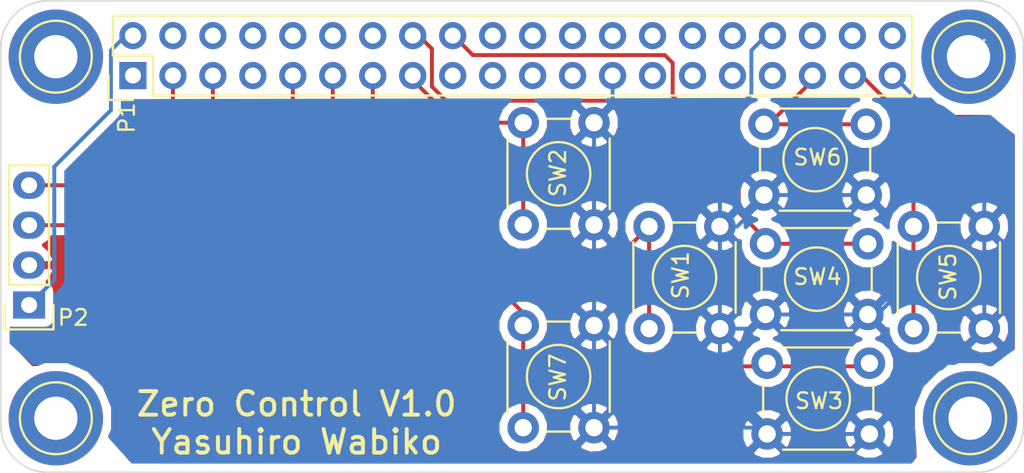
<source format=kicad_pcb>
(kicad_pcb (version 4) (host pcbnew 4.0.4-stable)

  (general
    (links 35)
    (no_connects 0)
    (area 145.266667 74.537 214.775 106.035)
    (thickness 1.6)
    (drawings 14)
    (tracks 109)
    (zones 0)
    (modules 13)
    (nets 38)
  )

  (page A4)
  (layers
    (0 F.Cu signal)
    (31 B.Cu signal)
    (32 B.Adhes user hide)
    (33 F.Adhes user hide)
    (34 B.Paste user hide)
    (35 F.Paste user hide)
    (36 B.SilkS user)
    (37 F.SilkS user)
    (38 B.Mask user)
    (39 F.Mask user)
    (40 Dwgs.User user hide)
    (41 Cmts.User user hide)
    (42 Eco1.User user hide)
    (43 Eco2.User user hide)
    (44 Edge.Cuts user)
    (45 Margin user hide)
    (46 B.CrtYd user hide)
    (47 F.CrtYd user hide)
    (48 B.Fab user hide)
    (49 F.Fab user hide)
  )

  (setup
    (last_trace_width 0.25)
    (trace_clearance 0.2)
    (zone_clearance 0.508)
    (zone_45_only no)
    (trace_min 0.2)
    (segment_width 0.2)
    (edge_width 0.15)
    (via_size 0.6)
    (via_drill 0.4)
    (via_min_size 0.4)
    (via_min_drill 0.3)
    (uvia_size 0.3)
    (uvia_drill 0.1)
    (uvias_allowed no)
    (uvia_min_size 0.2)
    (uvia_min_drill 0.1)
    (pcb_text_width 0.3)
    (pcb_text_size 1.5 1.5)
    (mod_edge_width 0.15)
    (mod_text_size 1 1)
    (mod_text_width 0.15)
    (pad_size 6 6)
    (pad_drill 2.75)
    (pad_to_mask_clearance 0.2)
    (aux_axis_origin 148.5 105.06)
    (grid_origin 50.8 99.06)
    (visible_elements 7FFFFFFF)
    (pcbplotparams
      (layerselection 0x010f0_80000001)
      (usegerberextensions true)
      (excludeedgelayer true)
      (linewidth 0.100000)
      (plotframeref false)
      (viasonmask false)
      (mode 1)
      (useauxorigin false)
      (hpglpennumber 1)
      (hpglpenspeed 20)
      (hpglpendiameter 15)
      (hpglpenoverlay 2)
      (psnegative false)
      (psa4output false)
      (plotreference true)
      (plotvalue true)
      (plotinvisibletext false)
      (padsonsilk false)
      (subtractmaskfromsilk false)
      (outputformat 1)
      (mirror false)
      (drillshape 0)
      (scaleselection 1)
      (outputdirectory ""))
  )

  (net 0 "")
  (net 1 GND)
  (net 2 "Net-(P1-Pad1)")
  (net 3 "Net-(P1-Pad4)")
  (net 4 "Net-(P1-Pad7)")
  (net 5 "Net-(P1-Pad8)")
  (net 6 "Net-(P1-Pad10)")
  (net 7 "Net-(P1-Pad11)")
  (net 8 "Net-(P1-Pad12)")
  (net 9 "Net-(P1-Pad13)")
  (net 10 "Net-(P1-Pad14)")
  (net 11 "Net-(P1-Pad15)")
  (net 12 "Net-(P1-Pad16)")
  (net 13 "Net-(P1-Pad17)")
  (net 14 "Net-(P1-Pad18)")
  (net 15 "Net-(P1-Pad19)")
  (net 16 "Net-(P1-Pad20)")
  (net 17 "Net-(P1-Pad21)")
  (net 18 "Net-(P1-Pad22)")
  (net 19 "Net-(P1-Pad23)")
  (net 20 "Net-(P1-Pad24)")
  (net 21 "Net-(P1-Pad26)")
  (net 22 "Net-(P1-Pad27)")
  (net 23 "Net-(P1-Pad28)")
  (net 24 "Net-(P1-Pad29)")
  (net 25 "Net-(P1-Pad30)")
  (net 26 "Net-(P1-Pad31)")
  (net 27 "Net-(P1-Pad32)")
  (net 28 "Net-(P1-Pad33)")
  (net 29 "Net-(P1-Pad35)")
  (net 30 "Net-(P1-Pad36)")
  (net 31 "Net-(P1-Pad37)")
  (net 32 "Net-(P1-Pad38)")
  (net 33 "Net-(P1-Pad40)")
  (net 34 "Net-(P1-Pad6)")
  (net 35 "Net-(P1-Pad2)")
  (net 36 "Net-(P1-Pad3)")
  (net 37 "Net-(P1-Pad5)")

  (net_class Default "This is the default net class."
    (clearance 0.2)
    (trace_width 0.25)
    (via_dia 0.6)
    (via_drill 0.4)
    (uvia_dia 0.3)
    (uvia_drill 0.1)
    (add_net GND)
    (add_net "Net-(P1-Pad1)")
    (add_net "Net-(P1-Pad10)")
    (add_net "Net-(P1-Pad11)")
    (add_net "Net-(P1-Pad12)")
    (add_net "Net-(P1-Pad13)")
    (add_net "Net-(P1-Pad14)")
    (add_net "Net-(P1-Pad15)")
    (add_net "Net-(P1-Pad16)")
    (add_net "Net-(P1-Pad17)")
    (add_net "Net-(P1-Pad18)")
    (add_net "Net-(P1-Pad19)")
    (add_net "Net-(P1-Pad2)")
    (add_net "Net-(P1-Pad20)")
    (add_net "Net-(P1-Pad21)")
    (add_net "Net-(P1-Pad22)")
    (add_net "Net-(P1-Pad23)")
    (add_net "Net-(P1-Pad24)")
    (add_net "Net-(P1-Pad26)")
    (add_net "Net-(P1-Pad27)")
    (add_net "Net-(P1-Pad28)")
    (add_net "Net-(P1-Pad29)")
    (add_net "Net-(P1-Pad3)")
    (add_net "Net-(P1-Pad30)")
    (add_net "Net-(P1-Pad31)")
    (add_net "Net-(P1-Pad32)")
    (add_net "Net-(P1-Pad33)")
    (add_net "Net-(P1-Pad35)")
    (add_net "Net-(P1-Pad36)")
    (add_net "Net-(P1-Pad37)")
    (add_net "Net-(P1-Pad38)")
    (add_net "Net-(P1-Pad4)")
    (add_net "Net-(P1-Pad40)")
    (add_net "Net-(P1-Pad5)")
    (add_net "Net-(P1-Pad6)")
    (add_net "Net-(P1-Pad7)")
    (add_net "Net-(P1-Pad8)")
  )

  (module Connect:1pin (layer F.Cu) (tedit 582FC725) (tstamp 582E59D8)
    (at 152 78.56)
    (descr "module 1 pin (ou trou mecanique de percage)")
    (tags DEV)
    (fp_text reference "" (at 0 -3.048) (layer F.SilkS)
      (effects (font (size 1 1) (thickness 0.15)))
    )
    (fp_text value 1pin (at 0 2.794) (layer F.Fab)
      (effects (font (size 1 1) (thickness 0.15)))
    )
    (fp_circle (center 0 0) (end 0 -2.286) (layer F.SilkS) (width 0.15))
    (pad "" np_thru_hole circle (at 0 0) (size 6 6) (drill 2.75) (layers *.Cu *.Mask))
  )

  (module Connect:1pin (layer F.Cu) (tedit 582FC72B) (tstamp 582E59CD)
    (at 152 101.56)
    (descr "module 1 pin (ou trou mecanique de percage)")
    (tags DEV)
    (fp_text reference "" (at 0 -3.048) (layer F.SilkS)
      (effects (font (size 1 1) (thickness 0.15)))
    )
    (fp_text value 1pin (at 0 2.794) (layer F.Fab)
      (effects (font (size 1 1) (thickness 0.15)))
    )
    (fp_circle (center 0 0) (end 0 -2.286) (layer F.SilkS) (width 0.15))
    (pad "" np_thru_hole circle (at 0 0) (size 6 6) (drill 2.75) (layers *.Cu *.Mask))
  )

  (module Connect:1pin (layer F.Cu) (tedit 582FC71D) (tstamp 582E589D)
    (at 210.1 101.56)
    (descr "module 1 pin (ou trou mecanique de percage)")
    (tags DEV)
    (fp_text reference "" (at 0 -3.048) (layer F.SilkS)
      (effects (font (size 1 1) (thickness 0.15)))
    )
    (fp_text value 1pin (at 0 2.794) (layer F.Fab)
      (effects (font (size 1 1) (thickness 0.15)))
    )
    (fp_circle (center 0 0) (end 0 -2.286) (layer F.SilkS) (width 0.15))
    (pad "" np_thru_hole circle (at 0 0) (size 6 6) (drill 2.75) (layers *.Cu *.Mask))
  )

  (module Pin_Headers:Pin_Header_Straight_2x20 (layer F.Cu) (tedit 5840A29D) (tstamp 582E4CF6)
    (at 156.9 79.76 90)
    (descr "Through hole pin header")
    (tags "pin header")
    (path /582E40D1)
    (fp_text reference P1 (at -2.7 -0.4 90) (layer F.SilkS)
      (effects (font (size 1 1) (thickness 0.15)))
    )
    (fp_text value CONN_02X20 (at 0 -3.1 90) (layer F.Fab)
      (effects (font (size 1 1) (thickness 0.15)))
    )
    (fp_line (start -1.75 -1.75) (end -1.75 50.05) (layer F.CrtYd) (width 0.05))
    (fp_line (start 4.3 -1.75) (end 4.3 50.05) (layer F.CrtYd) (width 0.05))
    (fp_line (start -1.75 -1.75) (end 4.3 -1.75) (layer F.CrtYd) (width 0.05))
    (fp_line (start -1.75 50.05) (end 4.3 50.05) (layer F.CrtYd) (width 0.05))
    (fp_line (start 3.81 49.53) (end 3.81 -1.27) (layer F.SilkS) (width 0.15))
    (fp_line (start -1.27 1.27) (end -1.27 49.53) (layer F.SilkS) (width 0.15))
    (fp_line (start 3.81 49.53) (end -1.27 49.53) (layer F.SilkS) (width 0.15))
    (fp_line (start 3.81 -1.27) (end 1.27 -1.27) (layer F.SilkS) (width 0.15))
    (fp_line (start 0 -1.55) (end -1.55 -1.55) (layer F.SilkS) (width 0.15))
    (fp_line (start 1.27 -1.27) (end 1.27 1.27) (layer F.SilkS) (width 0.15))
    (fp_line (start 1.27 1.27) (end -1.27 1.27) (layer F.SilkS) (width 0.15))
    (fp_line (start -1.55 -1.55) (end -1.55 0) (layer F.SilkS) (width 0.15))
    (pad 1 thru_hole rect (at 0 0 90) (size 1.7272 1.7272) (drill 1.016) (layers *.Cu *.Mask)
      (net 2 "Net-(P1-Pad1)"))
    (pad 2 thru_hole oval (at 2.54 0 90) (size 1.7272 1.7272) (drill 1.016) (layers *.Cu *.Mask)
      (net 35 "Net-(P1-Pad2)"))
    (pad 3 thru_hole oval (at 0 2.54 90) (size 1.7272 1.7272) (drill 1.016) (layers *.Cu *.Mask)
      (net 36 "Net-(P1-Pad3)"))
    (pad 4 thru_hole oval (at 2.54 2.54 90) (size 1.7272 1.7272) (drill 1.016) (layers *.Cu *.Mask)
      (net 3 "Net-(P1-Pad4)"))
    (pad 5 thru_hole oval (at 0 5.08 90) (size 1.7272 1.7272) (drill 1.016) (layers *.Cu *.Mask)
      (net 37 "Net-(P1-Pad5)"))
    (pad 6 thru_hole oval (at 2.54 5.08 90) (size 1.7272 1.7272) (drill 1.016) (layers *.Cu *.Mask)
      (net 34 "Net-(P1-Pad6)"))
    (pad 7 thru_hole oval (at 0 7.62 90) (size 1.7272 1.7272) (drill 1.016) (layers *.Cu *.Mask)
      (net 4 "Net-(P1-Pad7)"))
    (pad 8 thru_hole oval (at 2.54 7.62 90) (size 1.7272 1.7272) (drill 1.016) (layers *.Cu *.Mask)
      (net 5 "Net-(P1-Pad8)"))
    (pad 9 thru_hole oval (at 0 10.16 90) (size 1.7272 1.7272) (drill 1.016) (layers *.Cu *.Mask)
      (net 1 GND))
    (pad 10 thru_hole oval (at 2.54 10.16 90) (size 1.7272 1.7272) (drill 1.016) (layers *.Cu *.Mask)
      (net 6 "Net-(P1-Pad10)"))
    (pad 11 thru_hole oval (at 0 12.7 90) (size 1.7272 1.7272) (drill 1.016) (layers *.Cu *.Mask)
      (net 7 "Net-(P1-Pad11)"))
    (pad 12 thru_hole oval (at 2.54 12.7 90) (size 1.7272 1.7272) (drill 1.016) (layers *.Cu *.Mask)
      (net 8 "Net-(P1-Pad12)"))
    (pad 13 thru_hole oval (at 0 15.24 90) (size 1.7272 1.7272) (drill 1.016) (layers *.Cu *.Mask)
      (net 9 "Net-(P1-Pad13)"))
    (pad 14 thru_hole oval (at 2.54 15.24 90) (size 1.7272 1.7272) (drill 1.016) (layers *.Cu *.Mask)
      (net 10 "Net-(P1-Pad14)"))
    (pad 15 thru_hole oval (at 0 17.78 90) (size 1.7272 1.7272) (drill 1.016) (layers *.Cu *.Mask)
      (net 11 "Net-(P1-Pad15)"))
    (pad 16 thru_hole oval (at 2.54 17.78 90) (size 1.7272 1.7272) (drill 1.016) (layers *.Cu *.Mask)
      (net 12 "Net-(P1-Pad16)"))
    (pad 17 thru_hole oval (at 0 20.32 90) (size 1.7272 1.7272) (drill 1.016) (layers *.Cu *.Mask)
      (net 13 "Net-(P1-Pad17)"))
    (pad 18 thru_hole oval (at 2.54 20.32 90) (size 1.7272 1.7272) (drill 1.016) (layers *.Cu *.Mask)
      (net 14 "Net-(P1-Pad18)"))
    (pad 19 thru_hole oval (at 0 22.86 90) (size 1.7272 1.7272) (drill 1.016) (layers *.Cu *.Mask)
      (net 15 "Net-(P1-Pad19)"))
    (pad 20 thru_hole oval (at 2.54 22.86 90) (size 1.7272 1.7272) (drill 1.016) (layers *.Cu *.Mask)
      (net 16 "Net-(P1-Pad20)"))
    (pad 21 thru_hole oval (at 0 25.4 90) (size 1.7272 1.7272) (drill 1.016) (layers *.Cu *.Mask)
      (net 17 "Net-(P1-Pad21)"))
    (pad 22 thru_hole oval (at 2.54 25.4 90) (size 1.7272 1.7272) (drill 1.016) (layers *.Cu *.Mask)
      (net 18 "Net-(P1-Pad22)"))
    (pad 23 thru_hole oval (at 0 27.94 90) (size 1.7272 1.7272) (drill 1.016) (layers *.Cu *.Mask)
      (net 19 "Net-(P1-Pad23)"))
    (pad 24 thru_hole oval (at 2.54 27.94 90) (size 1.7272 1.7272) (drill 1.016) (layers *.Cu *.Mask)
      (net 20 "Net-(P1-Pad24)"))
    (pad 25 thru_hole oval (at 0 30.48 90) (size 1.7272 1.7272) (drill 1.016) (layers *.Cu *.Mask)
      (net 1 GND))
    (pad 26 thru_hole oval (at 2.54 30.48 90) (size 1.7272 1.7272) (drill 1.016) (layers *.Cu *.Mask)
      (net 21 "Net-(P1-Pad26)"))
    (pad 27 thru_hole oval (at 0 33.02 90) (size 1.7272 1.7272) (drill 1.016) (layers *.Cu *.Mask)
      (net 22 "Net-(P1-Pad27)"))
    (pad 28 thru_hole oval (at 2.54 33.02 90) (size 1.7272 1.7272) (drill 1.016) (layers *.Cu *.Mask)
      (net 23 "Net-(P1-Pad28)"))
    (pad 29 thru_hole oval (at 0 35.56 90) (size 1.7272 1.7272) (drill 1.016) (layers *.Cu *.Mask)
      (net 24 "Net-(P1-Pad29)"))
    (pad 30 thru_hole oval (at 2.54 35.56 90) (size 1.7272 1.7272) (drill 1.016) (layers *.Cu *.Mask)
      (net 25 "Net-(P1-Pad30)"))
    (pad 31 thru_hole oval (at 0 38.1 90) (size 1.7272 1.7272) (drill 1.016) (layers *.Cu *.Mask)
      (net 26 "Net-(P1-Pad31)"))
    (pad 32 thru_hole oval (at 2.54 38.1 90) (size 1.7272 1.7272) (drill 1.016) (layers *.Cu *.Mask)
      (net 27 "Net-(P1-Pad32)"))
    (pad 33 thru_hole oval (at 0 40.64 90) (size 1.7272 1.7272) (drill 1.016) (layers *.Cu *.Mask)
      (net 28 "Net-(P1-Pad33)"))
    (pad 34 thru_hole oval (at 2.54 40.64 90) (size 1.7272 1.7272) (drill 1.016) (layers *.Cu *.Mask)
      (net 1 GND))
    (pad 35 thru_hole oval (at 0 43.18 90) (size 1.7272 1.7272) (drill 1.016) (layers *.Cu *.Mask)
      (net 29 "Net-(P1-Pad35)"))
    (pad 36 thru_hole oval (at 2.54 43.18 90) (size 1.7272 1.7272) (drill 1.016) (layers *.Cu *.Mask)
      (net 30 "Net-(P1-Pad36)"))
    (pad 37 thru_hole oval (at 0 45.72 90) (size 1.7272 1.7272) (drill 1.016) (layers *.Cu *.Mask)
      (net 31 "Net-(P1-Pad37)"))
    (pad 38 thru_hole oval (at 2.54 45.72 90) (size 1.7272 1.7272) (drill 1.016) (layers *.Cu *.Mask)
      (net 32 "Net-(P1-Pad38)"))
    (pad 39 thru_hole oval (at 0 48.26 90) (size 1.7272 1.7272) (drill 1.016) (layers *.Cu *.Mask)
      (net 1 GND))
    (pad 40 thru_hole oval (at 2.54 48.26 90) (size 1.7272 1.7272) (drill 1.016) (layers *.Cu *.Mask)
      (net 33 "Net-(P1-Pad40)"))
    (model Pin_Headers.3dshapes/Pin_Header_Straight_2x20.wrl
      (at (xyz 0.05 -0.95 0))
      (scale (xyz 1 1 1))
      (rotate (xyz 0 0 90))
    )
  )

  (module Connect:1pin (layer F.Cu) (tedit 582FC714) (tstamp 582E53DD)
    (at 210 78.56)
    (descr "module 1 pin (ou trou mecanique de percage)")
    (tags DEV)
    (fp_text reference "" (at 0 -3.048) (layer F.SilkS)
      (effects (font (size 1 1) (thickness 0.15)))
    )
    (fp_text value 1pin (at 0 2.794) (layer F.Fab)
      (effects (font (size 1 1) (thickness 0.15)))
    )
    (fp_circle (center 0 0) (end 0 -2.286) (layer F.SilkS) (width 0.15))
    (pad "" np_thru_hole circle (at 0 0) (size 6 6) (drill 2.75) (layers *.Cu *.Mask))
  )

  (module Buttons_Switches_ThroughHole:SW_PUSH_6mm (layer F.Cu) (tedit 5841C41D) (tstamp 584092FB)
    (at 189.7 95.86 90)
    (descr https://www.omron.com/ecb/products/pdf/en-b3f.pdf)
    (tags "tact sw push 6mm")
    (path /5840B646)
    (fp_text reference SW1 (at 3.4 2 90) (layer F.SilkS)
      (effects (font (size 1 1) (thickness 0.15)))
    )
    (fp_text value SPST (at 3.75 6.7 90) (layer F.Fab)
      (effects (font (size 1 1) (thickness 0.15)))
    )
    (fp_line (start 3.25 -0.75) (end 6.25 -0.75) (layer F.Fab) (width 0.15))
    (fp_line (start 6.25 -0.75) (end 6.25 5.25) (layer F.Fab) (width 0.15))
    (fp_line (start 6.25 5.25) (end 0.25 5.25) (layer F.Fab) (width 0.15))
    (fp_line (start 0.25 5.25) (end 0.25 -0.75) (layer F.Fab) (width 0.15))
    (fp_line (start 0.25 -0.75) (end 3.25 -0.75) (layer F.Fab) (width 0.15))
    (fp_line (start 7.75 6) (end 8 6) (layer F.CrtYd) (width 0.05))
    (fp_line (start 8 6) (end 8 5.75) (layer F.CrtYd) (width 0.05))
    (fp_line (start 7.75 -1.5) (end 8 -1.5) (layer F.CrtYd) (width 0.05))
    (fp_line (start 8 -1.5) (end 8 -1.25) (layer F.CrtYd) (width 0.05))
    (fp_line (start -1.5 -1.25) (end -1.5 -1.5) (layer F.CrtYd) (width 0.05))
    (fp_line (start -1.5 -1.5) (end -1.25 -1.5) (layer F.CrtYd) (width 0.05))
    (fp_line (start -1.5 5.75) (end -1.5 6) (layer F.CrtYd) (width 0.05))
    (fp_line (start -1.5 6) (end -1.25 6) (layer F.CrtYd) (width 0.05))
    (fp_circle (center 3.25 2.25) (end 1.25 2.5) (layer F.SilkS) (width 0.15))
    (fp_line (start -1.25 -1.5) (end 7.75 -1.5) (layer F.CrtYd) (width 0.05))
    (fp_line (start -1.5 5.75) (end -1.5 -1.25) (layer F.CrtYd) (width 0.05))
    (fp_line (start 7.75 6) (end -1.25 6) (layer F.CrtYd) (width 0.05))
    (fp_line (start 8 -1.25) (end 8 5.75) (layer F.CrtYd) (width 0.05))
    (fp_line (start 1 5.5) (end 5.5 5.5) (layer F.SilkS) (width 0.15))
    (fp_line (start -0.25 1.5) (end -0.25 3) (layer F.SilkS) (width 0.15))
    (fp_line (start 5.5 -1) (end 1 -1) (layer F.SilkS) (width 0.15))
    (fp_line (start 6.75 3) (end 6.75 1.5) (layer F.SilkS) (width 0.15))
    (pad 2 thru_hole circle (at 0 4.5 180) (size 2 2) (drill 1.1) (layers *.Cu *.Mask)
      (net 1 GND))
    (pad 1 thru_hole circle (at 0 0 180) (size 2 2) (drill 1.1) (layers *.Cu *.Mask)
      (net 9 "Net-(P1-Pad13)"))
    (pad 2 thru_hole circle (at 6.5 4.5 180) (size 2 2) (drill 1.1) (layers *.Cu *.Mask)
      (net 1 GND))
    (pad 1 thru_hole circle (at 6.5 0 180) (size 2 2) (drill 1.1) (layers *.Cu *.Mask)
      (net 9 "Net-(P1-Pad13)"))
  )

  (module Buttons_Switches_ThroughHole:SW_PUSH_6mm (layer F.Cu) (tedit 5841C418) (tstamp 58409303)
    (at 181.7 89.26 90)
    (descr https://www.omron.com/ecb/products/pdf/en-b3f.pdf)
    (tags "tact sw push 6mm")
    (path /5840B676)
    (fp_text reference SW2 (at 3.3 2.2 90) (layer F.SilkS)
      (effects (font (size 1 1) (thickness 0.15)))
    )
    (fp_text value SPST (at 3.75 6.7 90) (layer F.Fab)
      (effects (font (size 1 1) (thickness 0.15)))
    )
    (fp_line (start 3.25 -0.75) (end 6.25 -0.75) (layer F.Fab) (width 0.15))
    (fp_line (start 6.25 -0.75) (end 6.25 5.25) (layer F.Fab) (width 0.15))
    (fp_line (start 6.25 5.25) (end 0.25 5.25) (layer F.Fab) (width 0.15))
    (fp_line (start 0.25 5.25) (end 0.25 -0.75) (layer F.Fab) (width 0.15))
    (fp_line (start 0.25 -0.75) (end 3.25 -0.75) (layer F.Fab) (width 0.15))
    (fp_line (start 7.75 6) (end 8 6) (layer F.CrtYd) (width 0.05))
    (fp_line (start 8 6) (end 8 5.75) (layer F.CrtYd) (width 0.05))
    (fp_line (start 7.75 -1.5) (end 8 -1.5) (layer F.CrtYd) (width 0.05))
    (fp_line (start 8 -1.5) (end 8 -1.25) (layer F.CrtYd) (width 0.05))
    (fp_line (start -1.5 -1.25) (end -1.5 -1.5) (layer F.CrtYd) (width 0.05))
    (fp_line (start -1.5 -1.5) (end -1.25 -1.5) (layer F.CrtYd) (width 0.05))
    (fp_line (start -1.5 5.75) (end -1.5 6) (layer F.CrtYd) (width 0.05))
    (fp_line (start -1.5 6) (end -1.25 6) (layer F.CrtYd) (width 0.05))
    (fp_circle (center 3.25 2.25) (end 1.25 2.5) (layer F.SilkS) (width 0.15))
    (fp_line (start -1.25 -1.5) (end 7.75 -1.5) (layer F.CrtYd) (width 0.05))
    (fp_line (start -1.5 5.75) (end -1.5 -1.25) (layer F.CrtYd) (width 0.05))
    (fp_line (start 7.75 6) (end -1.25 6) (layer F.CrtYd) (width 0.05))
    (fp_line (start 8 -1.25) (end 8 5.75) (layer F.CrtYd) (width 0.05))
    (fp_line (start 1 5.5) (end 5.5 5.5) (layer F.SilkS) (width 0.15))
    (fp_line (start -0.25 1.5) (end -0.25 3) (layer F.SilkS) (width 0.15))
    (fp_line (start 5.5 -1) (end 1 -1) (layer F.SilkS) (width 0.15))
    (fp_line (start 6.75 3) (end 6.75 1.5) (layer F.SilkS) (width 0.15))
    (pad 2 thru_hole circle (at 0 4.5 180) (size 2 2) (drill 1.1) (layers *.Cu *.Mask)
      (net 1 GND))
    (pad 1 thru_hole circle (at 0 0 180) (size 2 2) (drill 1.1) (layers *.Cu *.Mask)
      (net 11 "Net-(P1-Pad15)"))
    (pad 2 thru_hole circle (at 6.5 4.5 180) (size 2 2) (drill 1.1) (layers *.Cu *.Mask)
      (net 1 GND))
    (pad 1 thru_hole circle (at 6.5 0 180) (size 2 2) (drill 1.1) (layers *.Cu *.Mask)
      (net 11 "Net-(P1-Pad15)"))
  )

  (module Buttons_Switches_ThroughHole:SW_PUSH_6mm (layer F.Cu) (tedit 5841C428) (tstamp 5840930B)
    (at 197.2 98.06)
    (descr https://www.omron.com/ecb/products/pdf/en-b3f.pdf)
    (tags "tact sw push 6mm")
    (path /5840B6C0)
    (fp_text reference SW3 (at 3.3 2.4) (layer F.SilkS)
      (effects (font (size 1 1) (thickness 0.15)))
    )
    (fp_text value SPST (at 3.75 6.7) (layer F.Fab)
      (effects (font (size 1 1) (thickness 0.15)))
    )
    (fp_line (start 3.25 -0.75) (end 6.25 -0.75) (layer F.Fab) (width 0.15))
    (fp_line (start 6.25 -0.75) (end 6.25 5.25) (layer F.Fab) (width 0.15))
    (fp_line (start 6.25 5.25) (end 0.25 5.25) (layer F.Fab) (width 0.15))
    (fp_line (start 0.25 5.25) (end 0.25 -0.75) (layer F.Fab) (width 0.15))
    (fp_line (start 0.25 -0.75) (end 3.25 -0.75) (layer F.Fab) (width 0.15))
    (fp_line (start 7.75 6) (end 8 6) (layer F.CrtYd) (width 0.05))
    (fp_line (start 8 6) (end 8 5.75) (layer F.CrtYd) (width 0.05))
    (fp_line (start 7.75 -1.5) (end 8 -1.5) (layer F.CrtYd) (width 0.05))
    (fp_line (start 8 -1.5) (end 8 -1.25) (layer F.CrtYd) (width 0.05))
    (fp_line (start -1.5 -1.25) (end -1.5 -1.5) (layer F.CrtYd) (width 0.05))
    (fp_line (start -1.5 -1.5) (end -1.25 -1.5) (layer F.CrtYd) (width 0.05))
    (fp_line (start -1.5 5.75) (end -1.5 6) (layer F.CrtYd) (width 0.05))
    (fp_line (start -1.5 6) (end -1.25 6) (layer F.CrtYd) (width 0.05))
    (fp_circle (center 3.25 2.25) (end 1.25 2.5) (layer F.SilkS) (width 0.15))
    (fp_line (start -1.25 -1.5) (end 7.75 -1.5) (layer F.CrtYd) (width 0.05))
    (fp_line (start -1.5 5.75) (end -1.5 -1.25) (layer F.CrtYd) (width 0.05))
    (fp_line (start 7.75 6) (end -1.25 6) (layer F.CrtYd) (width 0.05))
    (fp_line (start 8 -1.25) (end 8 5.75) (layer F.CrtYd) (width 0.05))
    (fp_line (start 1 5.5) (end 5.5 5.5) (layer F.SilkS) (width 0.15))
    (fp_line (start -0.25 1.5) (end -0.25 3) (layer F.SilkS) (width 0.15))
    (fp_line (start 5.5 -1) (end 1 -1) (layer F.SilkS) (width 0.15))
    (fp_line (start 6.75 3) (end 6.75 1.5) (layer F.SilkS) (width 0.15))
    (pad 2 thru_hole circle (at 0 4.5 90) (size 2 2) (drill 1.1) (layers *.Cu *.Mask)
      (net 1 GND))
    (pad 1 thru_hole circle (at 0 0 90) (size 2 2) (drill 1.1) (layers *.Cu *.Mask)
      (net 12 "Net-(P1-Pad16)"))
    (pad 2 thru_hole circle (at 6.5 4.5 90) (size 2 2) (drill 1.1) (layers *.Cu *.Mask)
      (net 1 GND))
    (pad 1 thru_hole circle (at 6.5 0 90) (size 2 2) (drill 1.1) (layers *.Cu *.Mask)
      (net 12 "Net-(P1-Pad16)"))
  )

  (module Buttons_Switches_ThroughHole:SW_PUSH_6mm (layer F.Cu) (tedit 5841C528) (tstamp 58409313)
    (at 197.1 90.46)
    (descr https://www.omron.com/ecb/products/pdf/en-b3f.pdf)
    (tags "tact sw push 6mm")
    (path /5840B704)
    (fp_text reference SW4 (at 3.3 2.1) (layer F.SilkS)
      (effects (font (size 1 1) (thickness 0.15)))
    )
    (fp_text value SPST (at 3.75 6.7) (layer F.Fab)
      (effects (font (size 1 1) (thickness 0.15)))
    )
    (fp_line (start 3.25 -0.75) (end 6.25 -0.75) (layer F.Fab) (width 0.15))
    (fp_line (start 6.25 -0.75) (end 6.25 5.25) (layer F.Fab) (width 0.15))
    (fp_line (start 6.25 5.25) (end 0.25 5.25) (layer F.Fab) (width 0.15))
    (fp_line (start 0.25 5.25) (end 0.25 -0.75) (layer F.Fab) (width 0.15))
    (fp_line (start 0.25 -0.75) (end 3.25 -0.75) (layer F.Fab) (width 0.15))
    (fp_line (start 7.75 6) (end 8 6) (layer F.CrtYd) (width 0.05))
    (fp_line (start 8 6) (end 8 5.75) (layer F.CrtYd) (width 0.05))
    (fp_line (start 7.75 -1.5) (end 8 -1.5) (layer F.CrtYd) (width 0.05))
    (fp_line (start 8 -1.5) (end 8 -1.25) (layer F.CrtYd) (width 0.05))
    (fp_line (start -1.5 -1.25) (end -1.5 -1.5) (layer F.CrtYd) (width 0.05))
    (fp_line (start -1.5 -1.5) (end -1.25 -1.5) (layer F.CrtYd) (width 0.05))
    (fp_line (start -1.5 5.75) (end -1.5 6) (layer F.CrtYd) (width 0.05))
    (fp_line (start -1.5 6) (end -1.25 6) (layer F.CrtYd) (width 0.05))
    (fp_circle (center 3.25 2.25) (end 1.25 2.5) (layer F.SilkS) (width 0.15))
    (fp_line (start -1.25 -1.5) (end 7.75 -1.5) (layer F.CrtYd) (width 0.05))
    (fp_line (start -1.5 5.75) (end -1.5 -1.25) (layer F.CrtYd) (width 0.05))
    (fp_line (start 7.75 6) (end -1.25 6) (layer F.CrtYd) (width 0.05))
    (fp_line (start 8 -1.25) (end 8 5.75) (layer F.CrtYd) (width 0.05))
    (fp_line (start 1 5.5) (end 5.5 5.5) (layer F.SilkS) (width 0.15))
    (fp_line (start -0.25 1.5) (end -0.25 3) (layer F.SilkS) (width 0.15))
    (fp_line (start 5.5 -1) (end 1 -1) (layer F.SilkS) (width 0.15))
    (fp_line (start 6.75 3) (end 6.75 1.5) (layer F.SilkS) (width 0.15))
    (pad 2 thru_hole circle (at 0 4.5 90) (size 2 2) (drill 1.1) (layers *.Cu *.Mask)
      (net 1 GND))
    (pad 1 thru_hole circle (at 0 0 90) (size 2 2) (drill 1.1) (layers *.Cu *.Mask)
      (net 14 "Net-(P1-Pad18)"))
    (pad 2 thru_hole circle (at 6.5 4.5 90) (size 2 2) (drill 1.1) (layers *.Cu *.Mask)
      (net 1 GND))
    (pad 1 thru_hole circle (at 6.5 0 90) (size 2 2) (drill 1.1) (layers *.Cu *.Mask)
      (net 14 "Net-(P1-Pad18)"))
  )

  (module Buttons_Switches_ThroughHole:SW_PUSH_6mm (layer F.Cu) (tedit 5841C42B) (tstamp 5840931B)
    (at 206.5 95.86 90)
    (descr https://www.omron.com/ecb/products/pdf/en-b3f.pdf)
    (tags "tact sw push 6mm")
    (path /5840B73D)
    (fp_text reference SW5 (at 3.3 2.2 90) (layer F.SilkS)
      (effects (font (size 1 1) (thickness 0.15)))
    )
    (fp_text value SPST (at 3.75 6.7 90) (layer F.Fab)
      (effects (font (size 1 1) (thickness 0.15)))
    )
    (fp_line (start 3.25 -0.75) (end 6.25 -0.75) (layer F.Fab) (width 0.15))
    (fp_line (start 6.25 -0.75) (end 6.25 5.25) (layer F.Fab) (width 0.15))
    (fp_line (start 6.25 5.25) (end 0.25 5.25) (layer F.Fab) (width 0.15))
    (fp_line (start 0.25 5.25) (end 0.25 -0.75) (layer F.Fab) (width 0.15))
    (fp_line (start 0.25 -0.75) (end 3.25 -0.75) (layer F.Fab) (width 0.15))
    (fp_line (start 7.75 6) (end 8 6) (layer F.CrtYd) (width 0.05))
    (fp_line (start 8 6) (end 8 5.75) (layer F.CrtYd) (width 0.05))
    (fp_line (start 7.75 -1.5) (end 8 -1.5) (layer F.CrtYd) (width 0.05))
    (fp_line (start 8 -1.5) (end 8 -1.25) (layer F.CrtYd) (width 0.05))
    (fp_line (start -1.5 -1.25) (end -1.5 -1.5) (layer F.CrtYd) (width 0.05))
    (fp_line (start -1.5 -1.5) (end -1.25 -1.5) (layer F.CrtYd) (width 0.05))
    (fp_line (start -1.5 5.75) (end -1.5 6) (layer F.CrtYd) (width 0.05))
    (fp_line (start -1.5 6) (end -1.25 6) (layer F.CrtYd) (width 0.05))
    (fp_circle (center 3.25 2.25) (end 1.25 2.5) (layer F.SilkS) (width 0.15))
    (fp_line (start -1.25 -1.5) (end 7.75 -1.5) (layer F.CrtYd) (width 0.05))
    (fp_line (start -1.5 5.75) (end -1.5 -1.25) (layer F.CrtYd) (width 0.05))
    (fp_line (start 7.75 6) (end -1.25 6) (layer F.CrtYd) (width 0.05))
    (fp_line (start 8 -1.25) (end 8 5.75) (layer F.CrtYd) (width 0.05))
    (fp_line (start 1 5.5) (end 5.5 5.5) (layer F.SilkS) (width 0.15))
    (fp_line (start -0.25 1.5) (end -0.25 3) (layer F.SilkS) (width 0.15))
    (fp_line (start 5.5 -1) (end 1 -1) (layer F.SilkS) (width 0.15))
    (fp_line (start 6.75 3) (end 6.75 1.5) (layer F.SilkS) (width 0.15))
    (pad 2 thru_hole circle (at 0 4.5 180) (size 2 2) (drill 1.1) (layers *.Cu *.Mask)
      (net 1 GND))
    (pad 1 thru_hole circle (at 0 0 180) (size 2 2) (drill 1.1) (layers *.Cu *.Mask)
      (net 31 "Net-(P1-Pad37)"))
    (pad 2 thru_hole circle (at 6.5 4.5 180) (size 2 2) (drill 1.1) (layers *.Cu *.Mask)
      (net 1 GND))
    (pad 1 thru_hole circle (at 6.5 0 180) (size 2 2) (drill 1.1) (layers *.Cu *.Mask)
      (net 31 "Net-(P1-Pad37)"))
  )

  (module Buttons_Switches_ThroughHole:SW_PUSH_6mm (layer F.Cu) (tedit 5841C413) (tstamp 58409323)
    (at 197 82.86)
    (descr https://www.omron.com/ecb/products/pdf/en-b3f.pdf)
    (tags "tact sw push 6mm")
    (path /5840B77F)
    (fp_text reference SW6 (at 3.4 2.1) (layer F.SilkS)
      (effects (font (size 1 1) (thickness 0.15)))
    )
    (fp_text value SPST (at 3.75 6.7) (layer F.Fab)
      (effects (font (size 1 1) (thickness 0.15)))
    )
    (fp_line (start 3.25 -0.75) (end 6.25 -0.75) (layer F.Fab) (width 0.15))
    (fp_line (start 6.25 -0.75) (end 6.25 5.25) (layer F.Fab) (width 0.15))
    (fp_line (start 6.25 5.25) (end 0.25 5.25) (layer F.Fab) (width 0.15))
    (fp_line (start 0.25 5.25) (end 0.25 -0.75) (layer F.Fab) (width 0.15))
    (fp_line (start 0.25 -0.75) (end 3.25 -0.75) (layer F.Fab) (width 0.15))
    (fp_line (start 7.75 6) (end 8 6) (layer F.CrtYd) (width 0.05))
    (fp_line (start 8 6) (end 8 5.75) (layer F.CrtYd) (width 0.05))
    (fp_line (start 7.75 -1.5) (end 8 -1.5) (layer F.CrtYd) (width 0.05))
    (fp_line (start 8 -1.5) (end 8 -1.25) (layer F.CrtYd) (width 0.05))
    (fp_line (start -1.5 -1.25) (end -1.5 -1.5) (layer F.CrtYd) (width 0.05))
    (fp_line (start -1.5 -1.5) (end -1.25 -1.5) (layer F.CrtYd) (width 0.05))
    (fp_line (start -1.5 5.75) (end -1.5 6) (layer F.CrtYd) (width 0.05))
    (fp_line (start -1.5 6) (end -1.25 6) (layer F.CrtYd) (width 0.05))
    (fp_circle (center 3.25 2.25) (end 1.25 2.5) (layer F.SilkS) (width 0.15))
    (fp_line (start -1.25 -1.5) (end 7.75 -1.5) (layer F.CrtYd) (width 0.05))
    (fp_line (start -1.5 5.75) (end -1.5 -1.25) (layer F.CrtYd) (width 0.05))
    (fp_line (start 7.75 6) (end -1.25 6) (layer F.CrtYd) (width 0.05))
    (fp_line (start 8 -1.25) (end 8 5.75) (layer F.CrtYd) (width 0.05))
    (fp_line (start 1 5.5) (end 5.5 5.5) (layer F.SilkS) (width 0.15))
    (fp_line (start -0.25 1.5) (end -0.25 3) (layer F.SilkS) (width 0.15))
    (fp_line (start 5.5 -1) (end 1 -1) (layer F.SilkS) (width 0.15))
    (fp_line (start 6.75 3) (end 6.75 1.5) (layer F.SilkS) (width 0.15))
    (pad 2 thru_hole circle (at 0 4.5 90) (size 2 2) (drill 1.1) (layers *.Cu *.Mask)
      (net 1 GND))
    (pad 1 thru_hole circle (at 0 0 90) (size 2 2) (drill 1.1) (layers *.Cu *.Mask)
      (net 29 "Net-(P1-Pad35)"))
    (pad 2 thru_hole circle (at 6.5 4.5 90) (size 2 2) (drill 1.1) (layers *.Cu *.Mask)
      (net 1 GND))
    (pad 1 thru_hole circle (at 6.5 0 90) (size 2 2) (drill 1.1) (layers *.Cu *.Mask)
      (net 29 "Net-(P1-Pad35)"))
  )

  (module Buttons_Switches_ThroughHole:SW_PUSH_6mm (layer F.Cu) (tedit 5841C431) (tstamp 5840932B)
    (at 181.7 102.16 90)
    (descr https://www.omron.com/ecb/products/pdf/en-b3f.pdf)
    (tags "tact sw push 6mm")
    (path /5840B167)
    (fp_text reference SW7 (at 3.2 2.2 90) (layer F.SilkS)
      (effects (font (size 1 1) (thickness 0.15)))
    )
    (fp_text value SPST (at 3.75 6.7 90) (layer F.Fab)
      (effects (font (size 1 1) (thickness 0.15)))
    )
    (fp_line (start 3.25 -0.75) (end 6.25 -0.75) (layer F.Fab) (width 0.15))
    (fp_line (start 6.25 -0.75) (end 6.25 5.25) (layer F.Fab) (width 0.15))
    (fp_line (start 6.25 5.25) (end 0.25 5.25) (layer F.Fab) (width 0.15))
    (fp_line (start 0.25 5.25) (end 0.25 -0.75) (layer F.Fab) (width 0.15))
    (fp_line (start 0.25 -0.75) (end 3.25 -0.75) (layer F.Fab) (width 0.15))
    (fp_line (start 7.75 6) (end 8 6) (layer F.CrtYd) (width 0.05))
    (fp_line (start 8 6) (end 8 5.75) (layer F.CrtYd) (width 0.05))
    (fp_line (start 7.75 -1.5) (end 8 -1.5) (layer F.CrtYd) (width 0.05))
    (fp_line (start 8 -1.5) (end 8 -1.25) (layer F.CrtYd) (width 0.05))
    (fp_line (start -1.5 -1.25) (end -1.5 -1.5) (layer F.CrtYd) (width 0.05))
    (fp_line (start -1.5 -1.5) (end -1.25 -1.5) (layer F.CrtYd) (width 0.05))
    (fp_line (start -1.5 5.75) (end -1.5 6) (layer F.CrtYd) (width 0.05))
    (fp_line (start -1.5 6) (end -1.25 6) (layer F.CrtYd) (width 0.05))
    (fp_circle (center 3.25 2.25) (end 1.25 2.5) (layer F.SilkS) (width 0.15))
    (fp_line (start -1.25 -1.5) (end 7.75 -1.5) (layer F.CrtYd) (width 0.05))
    (fp_line (start -1.5 5.75) (end -1.5 -1.25) (layer F.CrtYd) (width 0.05))
    (fp_line (start 7.75 6) (end -1.25 6) (layer F.CrtYd) (width 0.05))
    (fp_line (start 8 -1.25) (end 8 5.75) (layer F.CrtYd) (width 0.05))
    (fp_line (start 1 5.5) (end 5.5 5.5) (layer F.SilkS) (width 0.15))
    (fp_line (start -0.25 1.5) (end -0.25 3) (layer F.SilkS) (width 0.15))
    (fp_line (start 5.5 -1) (end 1 -1) (layer F.SilkS) (width 0.15))
    (fp_line (start 6.75 3) (end 6.75 1.5) (layer F.SilkS) (width 0.15))
    (pad 2 thru_hole circle (at 0 4.5 180) (size 2 2) (drill 1.1) (layers *.Cu *.Mask)
      (net 1 GND))
    (pad 1 thru_hole circle (at 0 0 180) (size 2 2) (drill 1.1) (layers *.Cu *.Mask)
      (net 7 "Net-(P1-Pad11)"))
    (pad 2 thru_hole circle (at 6.5 4.5 180) (size 2 2) (drill 1.1) (layers *.Cu *.Mask)
      (net 1 GND))
    (pad 1 thru_hole circle (at 6.5 0 180) (size 2 2) (drill 1.1) (layers *.Cu *.Mask)
      (net 7 "Net-(P1-Pad11)"))
  )

  (module Pin_Headers:Pin_Header_Straight_1x04 (layer F.Cu) (tedit 5840A291) (tstamp 582F6F72)
    (at 150.3 94.36 180)
    (descr "Through hole pin header")
    (tags "pin header")
    (path /5840AAF9)
    (fp_text reference P2 (at -2.8 -0.8 180) (layer F.SilkS)
      (effects (font (size 1 1) (thickness 0.15)))
    )
    (fp_text value CONN_01X04 (at 0 -3.1 180) (layer F.Fab)
      (effects (font (size 1 1) (thickness 0.15)))
    )
    (fp_line (start -1.75 -1.75) (end -1.75 9.4) (layer F.CrtYd) (width 0.05))
    (fp_line (start 1.75 -1.75) (end 1.75 9.4) (layer F.CrtYd) (width 0.05))
    (fp_line (start -1.75 -1.75) (end 1.75 -1.75) (layer F.CrtYd) (width 0.05))
    (fp_line (start -1.75 9.4) (end 1.75 9.4) (layer F.CrtYd) (width 0.05))
    (fp_line (start -1.27 1.27) (end -1.27 8.89) (layer F.SilkS) (width 0.15))
    (fp_line (start 1.27 1.27) (end 1.27 8.89) (layer F.SilkS) (width 0.15))
    (fp_line (start 1.55 -1.55) (end 1.55 0) (layer F.SilkS) (width 0.15))
    (fp_line (start -1.27 8.89) (end 1.27 8.89) (layer F.SilkS) (width 0.15))
    (fp_line (start 1.27 1.27) (end -1.27 1.27) (layer F.SilkS) (width 0.15))
    (fp_line (start -1.55 0) (end -1.55 -1.55) (layer F.SilkS) (width 0.15))
    (fp_line (start -1.55 -1.55) (end 1.55 -1.55) (layer F.SilkS) (width 0.15))
    (pad 1 thru_hole rect (at 0 0 180) (size 2.032 1.7272) (drill 1.016) (layers *.Cu *.Mask)
      (net 35 "Net-(P1-Pad2)"))
    (pad 2 thru_hole oval (at 0 2.54 180) (size 2.032 1.7272) (drill 1.016) (layers *.Cu *.Mask)
      (net 1 GND))
    (pad 3 thru_hole oval (at 0 5.08 180) (size 2.032 1.7272) (drill 1.016) (layers *.Cu *.Mask)
      (net 37 "Net-(P1-Pad5)"))
    (pad 4 thru_hole oval (at 0 7.62 180) (size 2.032 1.7272) (drill 1.016) (layers *.Cu *.Mask)
      (net 36 "Net-(P1-Pad3)"))
    (model Pin_Headers.3dshapes/Pin_Header_Straight_1x04.wrl
      (at (xyz 0 -0.15 0))
      (scale (xyz 1 1 1))
      (rotate (xyz 0 0 90))
    )
  )

  (gr_text "Zero Control V1.0\nYasuhiro Wabiko\n" (at 167.3 101.86) (layer F.SilkS)
    (effects (font (size 1.5 1.5) (thickness 0.25)))
  )
  (gr_line (start 152 78.46) (end 152 77.46) (angle 90) (layer B.SilkS) (width 0.2))
  (gr_line (start 148.5011 102.0036) (end 148.5011 78.0036) (layer Edge.Cuts) (width 0.1))
  (gr_line (start 210.5011 105.0036) (end 151.5011 105.0036) (layer Edge.Cuts) (width 0.1))
  (gr_line (start 213.5011 78.0036) (end 213.5011 102.0036) (layer Edge.Cuts) (width 0.1))
  (gr_line (start 151.5011 75.0036) (end 210.5011 75.0036) (layer Edge.Cuts) (width 0.1))
  (gr_arc (start 151.5011 78.0036) (end 151.5011 75.0036) (angle -90) (layer Edge.Cuts) (width 0.1))
  (gr_circle (center 152.0011 77.5036) (end 152.0011 77.5036) (layer Edge.Cuts) (width 0.1))
  (gr_arc (start 210.5011 78.0036) (end 213.5011 78.0036) (angle -90) (layer Edge.Cuts) (width 0.1))
  (gr_circle (center 211.0011 77.5036) (end 211.0011 77.5036) (layer Edge.Cuts) (width 0.1))
  (gr_arc (start 210.5011 102.0036) (end 210.5011 105.0036) (angle -90) (layer Edge.Cuts) (width 0.1))
  (gr_circle (center 211.0011 101.5036) (end 211.0011 101.5036) (layer Edge.Cuts) (width 0.1))
  (gr_arc (start 151.5011 102.0036) (end 148.5011 102.0036) (angle -90) (layer Edge.Cuts) (width 0.1))
  (gr_circle (center 152.0011 101.5036) (end 152.0011 101.5036) (layer Edge.Cuts) (width 0.1))

  (segment (start 197.54 77.22) (end 197.14 77.22) (width 0.25) (layer B.Cu) (net 1))
  (segment (start 197.14 77.22) (end 196.2 78.16) (width 0.25) (layer B.Cu) (net 1) (tstamp 5841C71D))
  (segment (start 196.2 78.16) (end 196.2 80.96) (width 0.25) (layer B.Cu) (net 1) (tstamp 5841C71E))
  (segment (start 196.2 80.96) (end 194.2 82.96) (width 0.25) (layer B.Cu) (net 1) (tstamp 5841C71F))
  (segment (start 194.2 82.96) (end 194.2 89.36) (width 0.25) (layer B.Cu) (net 1) (tstamp 5841C721))
  (segment (start 194.2 95.86) (end 194.2 99.06) (width 0.25) (layer B.Cu) (net 1))
  (segment (start 194.2 99.06) (end 197.2 102.06) (width 0.25) (layer B.Cu) (net 1) (tstamp 5841C714))
  (segment (start 197.2 102.06) (end 197.2 102.56) (width 0.25) (layer B.Cu) (net 1) (tstamp 5841C716))
  (segment (start 203.6 94.96) (end 204.2 94.96) (width 0.25) (layer B.Cu) (net 1))
  (segment (start 204.2 94.96) (end 205.9 93.26) (width 0.25) (layer B.Cu) (net 1) (tstamp 5841C70D))
  (segment (start 208.4 93.26) (end 211 95.86) (width 0.25) (layer B.Cu) (net 1) (tstamp 5841C710))
  (segment (start 205.9 93.26) (end 208.4 93.26) (width 0.25) (layer B.Cu) (net 1) (tstamp 5841C70E))
  (segment (start 197.1 94.96) (end 203.6 94.96) (width 0.25) (layer B.Cu) (net 1))
  (segment (start 197 87.36) (end 203.5 87.36) (width 0.25) (layer B.Cu) (net 1))
  (segment (start 186.2 102.16) (end 196.9 102.16) (width 0.25) (layer B.Cu) (net 1))
  (segment (start 196.9 102.16) (end 197.3 102.56) (width 0.25) (layer B.Cu) (net 1) (tstamp 5841C66B))
  (segment (start 197.3 102.56) (end 203.8 102.56) (width 0.25) (layer B.Cu) (net 1))
  (segment (start 194.2 95.86) (end 196.3 95.86) (width 0.25) (layer B.Cu) (net 1))
  (segment (start 196.3 95.86) (end 197.2 94.96) (width 0.25) (layer B.Cu) (net 1) (tstamp 5841C661))
  (segment (start 194.2 89.36) (end 194.2 95.86) (width 0.25) (layer B.Cu) (net 1))
  (segment (start 186.2 95.66) (end 186.2 102.16) (width 0.25) (layer B.Cu) (net 1))
  (segment (start 186.2 82.76) (end 186.2 89.26) (width 0.25) (layer B.Cu) (net 1))
  (segment (start 204.4 94.96) (end 203.9 94.96) (width 0.25) (layer B.Cu) (net 1) (tstamp 5841C5AC))
  (segment (start 211 89.36) (end 211 95.86) (width 0.25) (layer B.Cu) (net 1))
  (segment (start 205.16 79.76) (end 205.2 79.76) (width 0.25) (layer B.Cu) (net 1))
  (segment (start 205.2 79.76) (end 211 85.56) (width 0.25) (layer B.Cu) (net 1) (tstamp 5841C5A1))
  (segment (start 211 85.56) (end 211 89.36) (width 0.25) (layer B.Cu) (net 1) (tstamp 5841C5A2))
  (segment (start 167.06 79.76) (end 167.06 81.42) (width 0.25) (layer F.Cu) (net 1))
  (segment (start 156.66 91.82) (end 150.3 91.82) (width 0.25) (layer F.Cu) (net 1) (tstamp 5840A25A))
  (segment (start 167.06 81.42) (end 156.66 91.82) (width 0.25) (layer F.Cu) (net 1) (tstamp 5840A259))
  (segment (start 186.2 89.26) (end 186.2 95.66) (width 0.25) (layer B.Cu) (net 1))
  (segment (start 194.2 89.36) (end 195.3 89.36) (width 0.25) (layer B.Cu) (net 1))
  (segment (start 195.3 89.36) (end 197.3 87.36) (width 0.25) (layer B.Cu) (net 1) (tstamp 5840A092))
  (segment (start 187.38 79.76) (end 187.38 81.58) (width 0.25) (layer B.Cu) (net 1))
  (segment (start 187.38 81.58) (end 186.2 82.76) (width 0.25) (layer B.Cu) (net 1) (tstamp 58409F5C))
  (segment (start 205.16 79.76) (end 205.16 80.12) (width 0.25) (layer F.Cu) (net 1))
  (segment (start 167.06 79.76) (end 167.06 80.5) (width 0.25) (layer F.Cu) (net 1))
  (segment (start 205.16 79.36) (end 205.16 80.22) (width 0.25) (layer F.Cu) (net 1))
  (segment (start 181.7 95.66) (end 181.7 102.16) (width 0.25) (layer F.Cu) (net 7))
  (segment (start 169.6 79.76) (end 169.6 82.76) (width 0.25) (layer F.Cu) (net 7))
  (segment (start 169.6 82.76) (end 181.7 94.86) (width 0.25) (layer F.Cu) (net 7) (tstamp 58409F1E))
  (segment (start 181.7 94.86) (end 181.7 95.66) (width 0.25) (layer F.Cu) (net 7) (tstamp 58409F1F))
  (segment (start 169.6 77.22) (end 169.24 77.22) (width 0.25) (layer F.Cu) (net 8))
  (segment (start 169.6 76.82) (end 169.86 76.82) (width 0.25) (layer F.Cu) (net 8))
  (segment (start 169.6 76.82) (end 169.76 76.82) (width 0.25) (layer F.Cu) (net 8))
  (segment (start 169.6 76.82) (end 170.16 76.82) (width 0.25) (layer F.Cu) (net 8))
  (segment (start 189.7 89.36) (end 189.7 95.86) (width 0.25) (layer F.Cu) (net 9))
  (segment (start 172.14 79.76) (end 172.14 82.6) (width 0.25) (layer F.Cu) (net 9))
  (segment (start 187.3 91.76) (end 189.7 89.36) (width 0.25) (layer F.Cu) (net 9) (tstamp 58409F1A))
  (segment (start 181.3 91.76) (end 187.3 91.76) (width 0.25) (layer F.Cu) (net 9) (tstamp 58409F18))
  (segment (start 172.14 82.6) (end 181.3 91.76) (width 0.25) (layer F.Cu) (net 9) (tstamp 58409F16))
  (segment (start 172.14 79.76) (end 172.14 80.3) (width 0.25) (layer F.Cu) (net 9))
  (segment (start 181.7 82.76) (end 181.7 89.26) (width 0.25) (layer F.Cu) (net 11))
  (segment (start 174.68 79.76) (end 174.68 80.04) (width 0.25) (layer F.Cu) (net 11))
  (segment (start 174.68 80.04) (end 177.4 82.76) (width 0.25) (layer F.Cu) (net 11) (tstamp 58409F22))
  (segment (start 177.4 82.76) (end 181.7 82.76) (width 0.25) (layer F.Cu) (net 11) (tstamp 58409F23))
  (segment (start 197.3 98.26) (end 203.8 98.26) (width 0.25) (layer F.Cu) (net 12))
  (segment (start 174.68 77.22) (end 175.06 77.22) (width 0.25) (layer F.Cu) (net 12))
  (segment (start 175.06 77.22) (end 175.9 78.06) (width 0.25) (layer F.Cu) (net 12) (tstamp 58409F27))
  (segment (start 175.9 78.06) (end 175.9 80.46) (width 0.25) (layer F.Cu) (net 12) (tstamp 58409F28))
  (segment (start 175.9 80.46) (end 176.8 81.36) (width 0.25) (layer F.Cu) (net 12) (tstamp 58409F29))
  (segment (start 176.8 81.36) (end 190.1 81.36) (width 0.25) (layer F.Cu) (net 12) (tstamp 58409F2B))
  (segment (start 190.1 81.36) (end 192.2 83.46) (width 0.25) (layer F.Cu) (net 12) (tstamp 58409F2C))
  (segment (start 192.2 83.46) (end 192.2 96.26) (width 0.25) (layer F.Cu) (net 12) (tstamp 58409F2E))
  (segment (start 192.2 96.26) (end 194.2 98.26) (width 0.25) (layer F.Cu) (net 12) (tstamp 58409F30))
  (segment (start 194.2 98.26) (end 197.3 98.26) (width 0.25) (layer F.Cu) (net 12) (tstamp 58409F32))
  (segment (start 197.4 90.46) (end 203.9 90.46) (width 0.25) (layer F.Cu) (net 14))
  (segment (start 177.22 77.22) (end 177.26 77.22) (width 0.25) (layer F.Cu) (net 14))
  (segment (start 177.26 77.22) (end 178.5 78.46) (width 0.25) (layer F.Cu) (net 14) (tstamp 58409F36))
  (segment (start 178.5 78.46) (end 190.7 78.46) (width 0.25) (layer F.Cu) (net 14) (tstamp 58409F37))
  (segment (start 190.7 78.46) (end 191.2 78.96) (width 0.25) (layer F.Cu) (net 14) (tstamp 58409F39))
  (segment (start 191.2 78.96) (end 191.2 81.06) (width 0.25) (layer F.Cu) (net 14) (tstamp 58409F3A))
  (segment (start 191.2 81.06) (end 195.4 85.26) (width 0.25) (layer F.Cu) (net 14) (tstamp 58409F3B))
  (segment (start 195.4 85.26) (end 195.4 88.46) (width 0.25) (layer F.Cu) (net 14) (tstamp 58409F3D))
  (segment (start 195.4 88.46) (end 197.4 90.46) (width 0.25) (layer F.Cu) (net 14) (tstamp 58409F3F))
  (segment (start 197.54 79.76) (end 197.54 80.22) (width 0.25) (layer F.Cu) (net 28))
  (segment (start 197.3 82.86) (end 203.8 82.86) (width 0.25) (layer F.Cu) (net 29))
  (segment (start 200.08 79.76) (end 200.08 80.08) (width 0.25) (layer F.Cu) (net 29))
  (segment (start 200.08 80.08) (end 197.3 82.86) (width 0.25) (layer F.Cu) (net 29) (tstamp 58409F48))
  (segment (start 206.5 89.36) (end 206.5 95.86) (width 0.25) (layer F.Cu) (net 31))
  (segment (start 202.62 79.76) (end 203.2 79.76) (width 0.25) (layer F.Cu) (net 31))
  (segment (start 203.2 79.76) (end 206.5 83.06) (width 0.25) (layer F.Cu) (net 31) (tstamp 5841C59B))
  (segment (start 206.5 83.06) (end 206.5 89.36) (width 0.25) (layer F.Cu) (net 31) (tstamp 5841C59C))
  (segment (start 202.62 79.76) (end 202.8 79.76) (width 0.25) (layer F.Cu) (net 31))
  (segment (start 161.98 76.82) (end 162.36 76.82) (width 0.25) (layer F.Cu) (net 34))
  (segment (start 161.98 76.94) (end 161.98 76.82) (width 0.25) (layer B.Cu) (net 34) (tstamp 582E586E))
  (segment (start 161.98 76.82) (end 161.64 76.82) (width 0.25) (layer F.Cu) (net 34))
  (segment (start 156.9 77.22) (end 156.44 77.22) (width 0.25) (layer B.Cu) (net 35))
  (segment (start 156.44 77.22) (end 155.5 78.16) (width 0.25) (layer B.Cu) (net 35) (tstamp 5840A274))
  (segment (start 151.9 92.76) (end 150.3 94.36) (width 0.25) (layer B.Cu) (net 35) (tstamp 5840A27A))
  (segment (start 151.9 85.56) (end 151.9 92.76) (width 0.25) (layer B.Cu) (net 35) (tstamp 5840A278))
  (segment (start 155.5 81.96) (end 151.9 85.56) (width 0.25) (layer B.Cu) (net 35) (tstamp 5840A276))
  (segment (start 155.5 78.16) (end 155.5 81.96) (width 0.25) (layer B.Cu) (net 35) (tstamp 5840A275))
  (segment (start 156.9 77.22) (end 156.54 77.22) (width 0.25) (layer B.Cu) (net 35))
  (segment (start 156.9 77.22) (end 156.24 77.22) (width 0.25) (layer B.Cu) (net 35))
  (segment (start 156.9 77.22) (end 156.84 77.22) (width 0.25) (layer B.Cu) (net 35))
  (segment (start 156.9 77.22) (end 156.96 77.22) (width 0.25) (layer B.Cu) (net 35))
  (segment (start 156.9 76.82) (end 156.74 76.82) (width 0.25) (layer B.Cu) (net 35))
  (segment (start 156.9 76.82) (end 157.16 76.82) (width 0.25) (layer B.Cu) (net 35))
  (segment (start 159.44 79.76) (end 159.44 81.52) (width 0.25) (layer F.Cu) (net 36))
  (segment (start 154.22 86.74) (end 150.3 86.74) (width 0.25) (layer F.Cu) (net 36) (tstamp 5840A250))
  (segment (start 159.44 81.52) (end 154.22 86.74) (width 0.25) (layer F.Cu) (net 36) (tstamp 5840A24D))
  (segment (start 159.44 80.42) (end 159.44 79.76) (width 0.25) (layer F.Cu) (net 36) (tstamp 58409E08))
  (segment (start 159.44 79.76) (end 159.44 80.12) (width 0.25) (layer F.Cu) (net 36))
  (segment (start 159.44 79.36) (end 159.44 79.5) (width 0.25) (layer B.Cu) (net 36))
  (segment (start 161.98 79.76) (end 161.98 81.38) (width 0.25) (layer F.Cu) (net 37))
  (segment (start 154.08 89.28) (end 150.3 89.28) (width 0.25) (layer F.Cu) (net 37) (tstamp 5840A255))
  (segment (start 161.98 81.38) (end 154.08 89.28) (width 0.25) (layer F.Cu) (net 37) (tstamp 5840A254))
  (segment (start 161.98 79.36) (end 162 79.36) (width 0.25) (layer B.Cu) (net 37))

  (zone (net 1) (net_name GND) (layer F.Cu) (tstamp 58405468) (hatch edge 0.508)
    (connect_pads (clearance 0.508))
    (min_thickness 0.254)
    (fill yes (arc_segments 16) (thermal_gap 0.508) (thermal_bridge_width 0.508))
    (polygon
      (pts
        (xy 208.9 82.26) (xy 211.3 82.26) (xy 213.4 83.86) (xy 213.3 96.96) (xy 211.6 98.06)
        (xy 208.8 97.96) (xy 207.8 98.86) (xy 207.9 98.86) (xy 207.143796 99.656715) (xy 206.8 100.86)
        (xy 206.6 102.06) (xy 206.7 103.66) (xy 206.7 104.06) (xy 206.2 104.66) (xy 205.1 104.86)
        (xy 201.3 104.86) (xy 201.3 104.762294) (xy 158.7 104.86) (xy 153.4 98.06) (xy 150.5 98.26)
        (xy 149 96.66) (xy 149 83.36) (xy 150.5 82.16) (xy 153.4 82.06) (xy 154.8 81.46)
        (xy 207.6 81.26)
      )
    )
    (filled_polygon
      (pts
        (xy 208.822567 82.360663) (xy 208.867831 82.382858) (xy 208.9 82.387) (xy 211.257132 82.387) (xy 212.8161 83.574785)
        (xy 212.8161 97.121844) (xy 211.564576 97.931654) (xy 208.804533 97.833081) (xy 208.754797 97.841317) (xy 208.715041 97.865602)
        (xy 207.715041 98.765602) (xy 207.685009 98.806093) (xy 207.675855 98.843732) (xy 207.020194 99.498249) (xy 206.465632 100.833782)
        (xy 206.46437 102.279874) (xy 206.490437 102.342961) (xy 206.573 103.66397) (xy 206.573 104.01402) (xy 206.319183 104.3186)
        (xy 158.439045 104.3186) (xy 155.531546 100.588225) (xy 155.0834 99.503628) (xy 154.061751 98.480194) (xy 153.805632 98.373844)
        (xy 153.500168 97.981928) (xy 153.461902 97.949108) (xy 153.391262 97.933301) (xy 152.83678 97.971541) (xy 152.726218 97.925632)
        (xy 151.280126 97.92437) (xy 150.831215 98.109856) (xy 150.551414 98.129153) (xy 149.1861 96.672818) (xy 149.1861 95.851215)
        (xy 149.284 95.87104) (xy 151.316 95.87104) (xy 151.551317 95.826762) (xy 151.767441 95.68769) (xy 151.912431 95.47549)
        (xy 151.96344 95.2236) (xy 151.96344 93.4964) (xy 151.919162 93.261083) (xy 151.78009 93.044959) (xy 151.56789 92.899969)
        (xy 151.473073 92.880768) (xy 151.650732 92.722036) (xy 151.904709 92.194791) (xy 151.907358 92.179026) (xy 151.786217 91.947)
        (xy 150.427 91.947) (xy 150.427 91.967) (xy 150.173 91.967) (xy 150.173 91.947) (xy 150.153 91.947)
        (xy 150.153 91.693) (xy 150.173 91.693) (xy 150.173 91.673) (xy 150.427 91.673) (xy 150.427 91.693)
        (xy 151.786217 91.693) (xy 151.907358 91.460974) (xy 151.904709 91.445209) (xy 151.650732 90.917964) (xy 151.234931 90.546461)
        (xy 151.544415 90.33967) (xy 151.744648 90.04) (xy 154.08 90.04) (xy 154.370839 89.982148) (xy 154.617401 89.817401)
        (xy 162.517401 81.917401) (xy 162.682148 81.670839) (xy 162.704781 81.557058) (xy 168.84 81.533819) (xy 168.84 82.76)
        (xy 168.897852 83.050839) (xy 169.062599 83.297401) (xy 180.406359 94.641161) (xy 180.314722 94.732637) (xy 180.065284 95.333352)
        (xy 180.064716 95.983795) (xy 180.313106 96.584943) (xy 180.772637 97.045278) (xy 180.94 97.114773) (xy 180.94 100.704953)
        (xy 180.775057 100.773106) (xy 180.314722 101.232637) (xy 180.065284 101.833352) (xy 180.064716 102.483795) (xy 180.313106 103.084943)
        (xy 180.772637 103.545278) (xy 181.373352 103.794716) (xy 182.023795 103.795284) (xy 182.624943 103.546894) (xy 182.859715 103.312532)
        (xy 185.227073 103.312532) (xy 185.325736 103.579387) (xy 185.935461 103.805908) (xy 186.58546 103.781856) (xy 186.752823 103.712532)
        (xy 196.227073 103.712532) (xy 196.325736 103.979387) (xy 196.935461 104.205908) (xy 197.58546 104.181856) (xy 198.074264 103.979387)
        (xy 198.172927 103.712532) (xy 202.727073 103.712532) (xy 202.825736 103.979387) (xy 203.435461 104.205908) (xy 204.08546 104.181856)
        (xy 204.574264 103.979387) (xy 204.672927 103.712532) (xy 203.7 102.739605) (xy 202.727073 103.712532) (xy 198.172927 103.712532)
        (xy 197.2 102.739605) (xy 196.227073 103.712532) (xy 186.752823 103.712532) (xy 187.074264 103.579387) (xy 187.172927 103.312532)
        (xy 186.2 102.339605) (xy 185.227073 103.312532) (xy 182.859715 103.312532) (xy 183.085278 103.087363) (xy 183.334716 102.486648)
        (xy 183.335232 101.895461) (xy 184.554092 101.895461) (xy 184.578144 102.54546) (xy 184.780613 103.034264) (xy 185.047468 103.132927)
        (xy 186.020395 102.16) (xy 186.379605 102.16) (xy 187.352532 103.132927) (xy 187.619387 103.034264) (xy 187.845908 102.424539)
        (xy 187.841132 102.295461) (xy 195.554092 102.295461) (xy 195.578144 102.94546) (xy 195.780613 103.434264) (xy 196.047468 103.532927)
        (xy 197.020395 102.56) (xy 197.379605 102.56) (xy 198.352532 103.532927) (xy 198.619387 103.434264) (xy 198.845908 102.824539)
        (xy 198.826331 102.295461) (xy 202.054092 102.295461) (xy 202.078144 102.94546) (xy 202.280613 103.434264) (xy 202.547468 103.532927)
        (xy 203.520395 102.56) (xy 203.879605 102.56) (xy 204.852532 103.532927) (xy 205.119387 103.434264) (xy 205.345908 102.824539)
        (xy 205.321856 102.17454) (xy 205.119387 101.685736) (xy 204.852532 101.587073) (xy 203.879605 102.56) (xy 203.520395 102.56)
        (xy 202.547468 101.587073) (xy 202.280613 101.685736) (xy 202.054092 102.295461) (xy 198.826331 102.295461) (xy 198.821856 102.17454)
        (xy 198.619387 101.685736) (xy 198.352532 101.587073) (xy 197.379605 102.56) (xy 197.020395 102.56) (xy 196.047468 101.587073)
        (xy 195.780613 101.685736) (xy 195.554092 102.295461) (xy 187.841132 102.295461) (xy 187.821856 101.77454) (xy 187.66981 101.407468)
        (xy 196.227073 101.407468) (xy 197.2 102.380395) (xy 198.172927 101.407468) (xy 202.727073 101.407468) (xy 203.7 102.380395)
        (xy 204.672927 101.407468) (xy 204.574264 101.140613) (xy 203.964539 100.914092) (xy 203.31454 100.938144) (xy 202.825736 101.140613)
        (xy 202.727073 101.407468) (xy 198.172927 101.407468) (xy 198.074264 101.140613) (xy 197.464539 100.914092) (xy 196.81454 100.938144)
        (xy 196.325736 101.140613) (xy 196.227073 101.407468) (xy 187.66981 101.407468) (xy 187.619387 101.285736) (xy 187.352532 101.187073)
        (xy 186.379605 102.16) (xy 186.020395 102.16) (xy 185.047468 101.187073) (xy 184.780613 101.285736) (xy 184.554092 101.895461)
        (xy 183.335232 101.895461) (xy 183.335284 101.836205) (xy 183.086894 101.235057) (xy 182.859703 101.007468) (xy 185.227073 101.007468)
        (xy 186.2 101.980395) (xy 187.172927 101.007468) (xy 187.074264 100.740613) (xy 186.464539 100.514092) (xy 185.81454 100.538144)
        (xy 185.325736 100.740613) (xy 185.227073 101.007468) (xy 182.859703 101.007468) (xy 182.627363 100.774722) (xy 182.46 100.705227)
        (xy 182.46 97.115047) (xy 182.624943 97.046894) (xy 182.859715 96.812532) (xy 185.227073 96.812532) (xy 185.325736 97.079387)
        (xy 185.935461 97.305908) (xy 186.58546 97.281856) (xy 187.074264 97.079387) (xy 187.172927 96.812532) (xy 186.2 95.839605)
        (xy 185.227073 96.812532) (xy 182.859715 96.812532) (xy 183.085278 96.587363) (xy 183.334716 95.986648) (xy 183.335232 95.395461)
        (xy 184.554092 95.395461) (xy 184.578144 96.04546) (xy 184.780613 96.534264) (xy 185.047468 96.632927) (xy 186.020395 95.66)
        (xy 186.379605 95.66) (xy 187.352532 96.632927) (xy 187.619387 96.534264) (xy 187.845908 95.924539) (xy 187.821856 95.27454)
        (xy 187.619387 94.785736) (xy 187.352532 94.687073) (xy 186.379605 95.66) (xy 186.020395 95.66) (xy 185.047468 94.687073)
        (xy 184.780613 94.785736) (xy 184.554092 95.395461) (xy 183.335232 95.395461) (xy 183.335284 95.336205) (xy 183.086894 94.735057)
        (xy 182.859703 94.507468) (xy 185.227073 94.507468) (xy 186.2 95.480395) (xy 187.172927 94.507468) (xy 187.074264 94.240613)
        (xy 186.464539 94.014092) (xy 185.81454 94.038144) (xy 185.325736 94.240613) (xy 185.227073 94.507468) (xy 182.859703 94.507468)
        (xy 182.627363 94.274722) (xy 182.026648 94.025284) (xy 181.94001 94.025208) (xy 170.36 82.445198) (xy 170.36 81.528061)
        (xy 171.38 81.524198) (xy 171.38 82.6) (xy 171.437852 82.890839) (xy 171.602599 83.137401) (xy 180.762599 92.297401)
        (xy 181.00916 92.462148) (xy 181.3 92.52) (xy 187.3 92.52) (xy 187.590839 92.462148) (xy 187.837401 92.297401)
        (xy 188.94 91.194802) (xy 188.94 94.404953) (xy 188.775057 94.473106) (xy 188.314722 94.932637) (xy 188.065284 95.533352)
        (xy 188.064716 96.183795) (xy 188.313106 96.784943) (xy 188.772637 97.245278) (xy 189.373352 97.494716) (xy 190.023795 97.495284)
        (xy 190.624943 97.246894) (xy 191.085278 96.787363) (xy 191.334716 96.186648) (xy 191.335284 95.536205) (xy 191.086894 94.935057)
        (xy 190.627363 94.474722) (xy 190.46 94.405227) (xy 190.46 90.815047) (xy 190.624943 90.746894) (xy 191.085278 90.287363)
        (xy 191.334716 89.686648) (xy 191.335284 89.036205) (xy 191.086894 88.435057) (xy 190.627363 87.974722) (xy 190.026648 87.725284)
        (xy 189.376205 87.724716) (xy 188.775057 87.973106) (xy 188.314722 88.432637) (xy 188.065284 89.033352) (xy 188.064716 89.683795)
        (xy 188.133919 89.851279) (xy 186.985198 91) (xy 181.614802 91) (xy 181.509637 90.894835) (xy 182.023795 90.895284)
        (xy 182.624943 90.646894) (xy 182.859715 90.412532) (xy 185.227073 90.412532) (xy 185.325736 90.679387) (xy 185.935461 90.905908)
        (xy 186.58546 90.881856) (xy 187.074264 90.679387) (xy 187.172927 90.412532) (xy 186.2 89.439605) (xy 185.227073 90.412532)
        (xy 182.859715 90.412532) (xy 183.085278 90.187363) (xy 183.334716 89.586648) (xy 183.335232 88.995461) (xy 184.554092 88.995461)
        (xy 184.578144 89.64546) (xy 184.780613 90.134264) (xy 185.047468 90.232927) (xy 186.020395 89.26) (xy 186.379605 89.26)
        (xy 187.352532 90.232927) (xy 187.619387 90.134264) (xy 187.845908 89.524539) (xy 187.821856 88.87454) (xy 187.619387 88.385736)
        (xy 187.352532 88.287073) (xy 186.379605 89.26) (xy 186.020395 89.26) (xy 185.047468 88.287073) (xy 184.780613 88.385736)
        (xy 184.554092 88.995461) (xy 183.335232 88.995461) (xy 183.335284 88.936205) (xy 183.086894 88.335057) (xy 182.859703 88.107468)
        (xy 185.227073 88.107468) (xy 186.2 89.080395) (xy 187.172927 88.107468) (xy 187.074264 87.840613) (xy 186.464539 87.614092)
        (xy 185.81454 87.638144) (xy 185.325736 87.840613) (xy 185.227073 88.107468) (xy 182.859703 88.107468) (xy 182.627363 87.874722)
        (xy 182.46 87.805227) (xy 182.46 84.215047) (xy 182.624943 84.146894) (xy 182.859715 83.912532) (xy 185.227073 83.912532)
        (xy 185.325736 84.179387) (xy 185.935461 84.405908) (xy 186.58546 84.381856) (xy 187.074264 84.179387) (xy 187.172927 83.912532)
        (xy 186.2 82.939605) (xy 185.227073 83.912532) (xy 182.859715 83.912532) (xy 183.085278 83.687363) (xy 183.334716 83.086648)
        (xy 183.335284 82.436205) (xy 183.20463 82.12) (xy 184.693581 82.12) (xy 184.554092 82.495461) (xy 184.578144 83.14546)
        (xy 184.780613 83.634264) (xy 185.047468 83.732927) (xy 186.020395 82.76) (xy 186.006253 82.745858) (xy 186.185858 82.566253)
        (xy 186.2 82.580395) (xy 186.214143 82.566253) (xy 186.393748 82.745858) (xy 186.379605 82.76) (xy 187.352532 83.732927)
        (xy 187.619387 83.634264) (xy 187.845908 83.024539) (xy 187.821856 82.37454) (xy 187.716422 82.12) (xy 189.785198 82.12)
        (xy 191.44 83.774802) (xy 191.44 96.26) (xy 191.497852 96.550839) (xy 191.662599 96.797401) (xy 193.662599 98.797401)
        (xy 193.909161 98.962148) (xy 194.2 99.02) (xy 195.848102 99.02) (xy 196.272637 99.445278) (xy 196.873352 99.694716)
        (xy 197.523795 99.695284) (xy 198.124943 99.446894) (xy 198.552584 99.02) (xy 202.348102 99.02) (xy 202.772637 99.445278)
        (xy 203.373352 99.694716) (xy 204.023795 99.695284) (xy 204.624943 99.446894) (xy 205.085278 98.987363) (xy 205.334716 98.386648)
        (xy 205.335284 97.736205) (xy 205.086894 97.135057) (xy 204.627363 96.674722) (xy 204.194846 96.495126) (xy 204.474264 96.379387)
        (xy 204.572927 96.112532) (xy 203.6 95.139605) (xy 202.627073 96.112532) (xy 202.725736 96.379387) (xy 203.126011 96.528094)
        (xy 202.775057 96.673106) (xy 202.314722 97.132637) (xy 202.16218 97.5) (xy 198.737686 97.5) (xy 198.586894 97.135057)
        (xy 198.127363 96.674722) (xy 197.694846 96.495126) (xy 197.974264 96.379387) (xy 198.072927 96.112532) (xy 197.1 95.139605)
        (xy 196.127073 96.112532) (xy 196.225736 96.379387) (xy 196.626011 96.528094) (xy 196.275057 96.673106) (xy 195.814722 97.132637)
        (xy 195.66218 97.5) (xy 194.514802 97.5) (xy 194.499827 97.485025) (xy 194.58546 97.481856) (xy 195.074264 97.279387)
        (xy 195.172927 97.012532) (xy 194.2 96.039605) (xy 194.185858 96.053748) (xy 194.006253 95.874143) (xy 194.020395 95.86)
        (xy 194.379605 95.86) (xy 195.352532 96.832927) (xy 195.619387 96.734264) (xy 195.845908 96.124539) (xy 195.837311 95.892199)
        (xy 195.947468 95.932927) (xy 196.920395 94.96) (xy 197.279605 94.96) (xy 198.252532 95.932927) (xy 198.519387 95.834264)
        (xy 198.745908 95.224539) (xy 198.726331 94.695461) (xy 201.954092 94.695461) (xy 201.978144 95.34546) (xy 202.180613 95.834264)
        (xy 202.447468 95.932927) (xy 203.420395 94.96) (xy 202.447468 93.987073) (xy 202.180613 94.085736) (xy 201.954092 94.695461)
        (xy 198.726331 94.695461) (xy 198.721856 94.57454) (xy 198.519387 94.085736) (xy 198.252532 93.987073) (xy 197.279605 94.96)
        (xy 196.920395 94.96) (xy 195.947468 93.987073) (xy 195.680613 94.085736) (xy 195.454092 94.695461) (xy 195.462689 94.927801)
        (xy 195.352532 94.887073) (xy 194.379605 95.86) (xy 194.020395 95.86) (xy 193.047468 94.887073) (xy 192.96 94.919412)
        (xy 192.96 94.707468) (xy 193.227073 94.707468) (xy 194.2 95.680395) (xy 195.172927 94.707468) (xy 195.074264 94.440613)
        (xy 194.464539 94.214092) (xy 193.81454 94.238144) (xy 193.325736 94.440613) (xy 193.227073 94.707468) (xy 192.96 94.707468)
        (xy 192.96 93.807468) (xy 196.127073 93.807468) (xy 197.1 94.780395) (xy 198.072927 93.807468) (xy 202.627073 93.807468)
        (xy 203.6 94.780395) (xy 204.572927 93.807468) (xy 204.474264 93.540613) (xy 203.864539 93.314092) (xy 203.21454 93.338144)
        (xy 202.725736 93.540613) (xy 202.627073 93.807468) (xy 198.072927 93.807468) (xy 197.974264 93.540613) (xy 197.364539 93.314092)
        (xy 196.71454 93.338144) (xy 196.225736 93.540613) (xy 196.127073 93.807468) (xy 192.96 93.807468) (xy 192.96 90.512532)
        (xy 193.227073 90.512532) (xy 193.325736 90.779387) (xy 193.935461 91.005908) (xy 194.58546 90.981856) (xy 195.074264 90.779387)
        (xy 195.172927 90.512532) (xy 194.2 89.539605) (xy 193.227073 90.512532) (xy 192.96 90.512532) (xy 192.96 90.300588)
        (xy 193.047468 90.332927) (xy 194.020395 89.36) (xy 193.047468 88.387073) (xy 192.96 88.419412) (xy 192.96 83.894802)
        (xy 194.64 85.574802) (xy 194.64 87.779278) (xy 194.464539 87.714092) (xy 193.81454 87.738144) (xy 193.325736 87.940613)
        (xy 193.227073 88.207468) (xy 194.2 89.180395) (xy 194.214143 89.166253) (xy 194.393748 89.345858) (xy 194.379605 89.36)
        (xy 195.352532 90.332927) (xy 195.465146 90.291291) (xy 195.464716 90.783795) (xy 195.713106 91.384943) (xy 196.172637 91.845278)
        (xy 196.773352 92.094716) (xy 197.423795 92.095284) (xy 198.024943 91.846894) (xy 198.485278 91.387363) (xy 198.554773 91.22)
        (xy 202.144953 91.22) (xy 202.213106 91.384943) (xy 202.672637 91.845278) (xy 203.273352 92.094716) (xy 203.923795 92.095284)
        (xy 204.524943 91.846894) (xy 204.985278 91.387363) (xy 205.234716 90.786648) (xy 205.235047 90.407098) (xy 205.572637 90.745278)
        (xy 205.74 90.814773) (xy 205.74 94.404953) (xy 205.575057 94.473106) (xy 205.230818 94.816743) (xy 205.221856 94.57454)
        (xy 205.019387 94.085736) (xy 204.752532 93.987073) (xy 203.779605 94.96) (xy 204.752532 95.932927) (xy 204.864971 95.891355)
        (xy 204.864716 96.183795) (xy 205.113106 96.784943) (xy 205.572637 97.245278) (xy 206.173352 97.494716) (xy 206.823795 97.495284)
        (xy 207.424943 97.246894) (xy 207.659715 97.012532) (xy 210.027073 97.012532) (xy 210.125736 97.279387) (xy 210.735461 97.505908)
        (xy 211.38546 97.481856) (xy 211.874264 97.279387) (xy 211.972927 97.012532) (xy 211 96.039605) (xy 210.027073 97.012532)
        (xy 207.659715 97.012532) (xy 207.885278 96.787363) (xy 208.134716 96.186648) (xy 208.135232 95.595461) (xy 209.354092 95.595461)
        (xy 209.378144 96.24546) (xy 209.580613 96.734264) (xy 209.847468 96.832927) (xy 210.820395 95.86) (xy 211.179605 95.86)
        (xy 212.152532 96.832927) (xy 212.419387 96.734264) (xy 212.645908 96.124539) (xy 212.621856 95.47454) (xy 212.419387 94.985736)
        (xy 212.152532 94.887073) (xy 211.179605 95.86) (xy 210.820395 95.86) (xy 209.847468 94.887073) (xy 209.580613 94.985736)
        (xy 209.354092 95.595461) (xy 208.135232 95.595461) (xy 208.135284 95.536205) (xy 207.886894 94.935057) (xy 207.659703 94.707468)
        (xy 210.027073 94.707468) (xy 211 95.680395) (xy 211.972927 94.707468) (xy 211.874264 94.440613) (xy 211.264539 94.214092)
        (xy 210.61454 94.238144) (xy 210.125736 94.440613) (xy 210.027073 94.707468) (xy 207.659703 94.707468) (xy 207.427363 94.474722)
        (xy 207.26 94.405227) (xy 207.26 90.815047) (xy 207.424943 90.746894) (xy 207.659715 90.512532) (xy 210.027073 90.512532)
        (xy 210.125736 90.779387) (xy 210.735461 91.005908) (xy 211.38546 90.981856) (xy 211.874264 90.779387) (xy 211.972927 90.512532)
        (xy 211 89.539605) (xy 210.027073 90.512532) (xy 207.659715 90.512532) (xy 207.885278 90.287363) (xy 208.134716 89.686648)
        (xy 208.135232 89.095461) (xy 209.354092 89.095461) (xy 209.378144 89.74546) (xy 209.580613 90.234264) (xy 209.847468 90.332927)
        (xy 210.820395 89.36) (xy 211.179605 89.36) (xy 212.152532 90.332927) (xy 212.419387 90.234264) (xy 212.645908 89.624539)
        (xy 212.621856 88.97454) (xy 212.419387 88.485736) (xy 212.152532 88.387073) (xy 211.179605 89.36) (xy 210.820395 89.36)
        (xy 209.847468 88.387073) (xy 209.580613 88.485736) (xy 209.354092 89.095461) (xy 208.135232 89.095461) (xy 208.135284 89.036205)
        (xy 207.886894 88.435057) (xy 207.659703 88.207468) (xy 210.027073 88.207468) (xy 211 89.180395) (xy 211.972927 88.207468)
        (xy 211.874264 87.940613) (xy 211.264539 87.714092) (xy 210.61454 87.738144) (xy 210.125736 87.940613) (xy 210.027073 88.207468)
        (xy 207.659703 88.207468) (xy 207.427363 87.974722) (xy 207.26 87.905227) (xy 207.26 83.06) (xy 207.202148 82.769161)
        (xy 207.037401 82.522599) (xy 205.908211 81.393409) (xy 207.557018 81.387164)
      )
    )
    (filled_polygon
      (pts
        (xy 196.075057 81.473106) (xy 195.614722 81.932637) (xy 195.365284 82.533352) (xy 195.364716 83.183795) (xy 195.613106 83.784943)
        (xy 196.072637 84.245278) (xy 196.673352 84.494716) (xy 197.323795 84.495284) (xy 197.924943 84.246894) (xy 198.385278 83.787363)
        (xy 198.454773 83.62) (xy 202.044953 83.62) (xy 202.113106 83.784943) (xy 202.572637 84.245278) (xy 203.173352 84.494716)
        (xy 203.823795 84.495284) (xy 204.424943 84.246894) (xy 204.885278 83.787363) (xy 205.134716 83.186648) (xy 205.13508 82.769882)
        (xy 205.74 83.374802) (xy 205.74 87.904953) (xy 205.575057 87.973106) (xy 205.114722 88.432637) (xy 204.865284 89.033352)
        (xy 204.864953 89.412902) (xy 204.527363 89.074722) (xy 204.094846 88.895126) (xy 204.374264 88.779387) (xy 204.472927 88.512532)
        (xy 203.5 87.539605) (xy 202.527073 88.512532) (xy 202.625736 88.779387) (xy 203.026011 88.928094) (xy 202.675057 89.073106)
        (xy 202.214722 89.532637) (xy 202.145227 89.7) (xy 198.555047 89.7) (xy 198.486894 89.535057) (xy 198.027363 89.074722)
        (xy 197.594846 88.895126) (xy 197.874264 88.779387) (xy 197.972927 88.512532) (xy 197 87.539605) (xy 196.985858 87.553748)
        (xy 196.806253 87.374143) (xy 196.820395 87.36) (xy 197.179605 87.36) (xy 198.152532 88.332927) (xy 198.419387 88.234264)
        (xy 198.645908 87.624539) (xy 198.626331 87.095461) (xy 201.854092 87.095461) (xy 201.878144 87.74546) (xy 202.080613 88.234264)
        (xy 202.347468 88.332927) (xy 203.320395 87.36) (xy 203.679605 87.36) (xy 204.652532 88.332927) (xy 204.919387 88.234264)
        (xy 205.145908 87.624539) (xy 205.121856 86.97454) (xy 204.919387 86.485736) (xy 204.652532 86.387073) (xy 203.679605 87.36)
        (xy 203.320395 87.36) (xy 202.347468 86.387073) (xy 202.080613 86.485736) (xy 201.854092 87.095461) (xy 198.626331 87.095461)
        (xy 198.621856 86.97454) (xy 198.419387 86.485736) (xy 198.152532 86.387073) (xy 197.179605 87.36) (xy 196.820395 87.36)
        (xy 196.806253 87.345858) (xy 196.985858 87.166253) (xy 197 87.180395) (xy 197.972927 86.207468) (xy 202.527073 86.207468)
        (xy 203.5 87.180395) (xy 204.472927 86.207468) (xy 204.374264 85.940613) (xy 203.764539 85.714092) (xy 203.11454 85.738144)
        (xy 202.625736 85.940613) (xy 202.527073 86.207468) (xy 197.972927 86.207468) (xy 197.874264 85.940613) (xy 197.264539 85.714092)
        (xy 196.61454 85.738144) (xy 196.16 85.92642) (xy 196.16 85.26) (xy 196.102148 84.969161) (xy 195.937401 84.722599)
        (xy 192.6584 81.443598) (xy 196.178744 81.430263)
      )
    )
  )
  (zone (net 1) (net_name GND) (layer B.Cu) (tstamp 58405469) (hatch edge 0.508)
    (connect_pads (clearance 0.508))
    (min_thickness 0.254)
    (fill yes (arc_segments 16) (thermal_gap 0.508) (thermal_bridge_width 0.508))
    (polygon
      (pts
        (xy 209.3 82.36) (xy 211.4 82.26) (xy 213.3 83.86) (xy 213.2 96.96) (xy 211.5 98.26)
        (xy 208.7 98.16) (xy 207.276 99.5128) (xy 206.8 100.56) (xy 206.6 102.26) (xy 206.7 103.86)
        (xy 206.5 104.36) (xy 205.9 104.56) (xy 205.6 104.86) (xy 205.2 104.96) (xy 201.7 104.96)
        (xy 201.657151 104.857162) (xy 157 104.66) (xy 155.3 102.76) (xy 155.2 100.06) (xy 153.5 98.36)
        (xy 150.5 98.16) (xy 148.9 96.66) (xy 149 83.56) (xy 150.7 81.86) (xy 154.5 81.86)
        (xy 155 81.26) (xy 207.7 81.16)
      )
    )
    (filled_polygon
      (pts
        (xy 207.938249 81.639806) (xy 208.363531 81.816399) (xy 209.2238 82.4616) (xy 209.269332 82.483241) (xy 209.306041 82.486856)
        (xy 211.356291 82.389225) (xy 212.8161 83.618538) (xy 212.8161 97.093693) (xy 211.459026 98.131456) (xy 211.308993 98.126098)
        (xy 210.826218 97.925632) (xy 209.380126 97.92437) (xy 209.084208 98.046641) (xy 208.704533 98.033081) (xy 208.654797 98.041317)
        (xy 208.612529 98.067925) (xy 208.289118 98.375166) (xy 208.043628 98.4766) (xy 207.020194 99.498249) (xy 206.465632 100.833782)
        (xy 206.46437 102.279874) (xy 206.475709 102.307317) (xy 206.571463 103.839382) (xy 206.403959 104.258144) (xy 206.222591 104.3186)
        (xy 156.864952 104.3186) (xy 155.448026 102.734978) (xy 155.552326 102.483795) (xy 180.064716 102.483795) (xy 180.313106 103.084943)
        (xy 180.772637 103.545278) (xy 181.373352 103.794716) (xy 182.023795 103.795284) (xy 182.624943 103.546894) (xy 182.859715 103.312532)
        (xy 185.227073 103.312532) (xy 185.325736 103.579387) (xy 185.935461 103.805908) (xy 186.58546 103.781856) (xy 186.752823 103.712532)
        (xy 196.227073 103.712532) (xy 196.325736 103.979387) (xy 196.935461 104.205908) (xy 197.58546 104.181856) (xy 198.074264 103.979387)
        (xy 198.172927 103.712532) (xy 202.727073 103.712532) (xy 202.825736 103.979387) (xy 203.435461 104.205908) (xy 204.08546 104.181856)
        (xy 204.574264 103.979387) (xy 204.672927 103.712532) (xy 203.7 102.739605) (xy 202.727073 103.712532) (xy 198.172927 103.712532)
        (xy 197.2 102.739605) (xy 196.227073 103.712532) (xy 186.752823 103.712532) (xy 187.074264 103.579387) (xy 187.172927 103.312532)
        (xy 186.2 102.339605) (xy 185.227073 103.312532) (xy 182.859715 103.312532) (xy 183.085278 103.087363) (xy 183.334716 102.486648)
        (xy 183.335232 101.895461) (xy 184.554092 101.895461) (xy 184.578144 102.54546) (xy 184.780613 103.034264) (xy 185.047468 103.132927)
        (xy 186.020395 102.16) (xy 186.379605 102.16) (xy 187.352532 103.132927) (xy 187.619387 103.034264) (xy 187.845908 102.424539)
        (xy 187.841132 102.295461) (xy 195.554092 102.295461) (xy 195.578144 102.94546) (xy 195.780613 103.434264) (xy 196.047468 103.532927)
        (xy 197.020395 102.56) (xy 197.379605 102.56) (xy 198.352532 103.532927) (xy 198.619387 103.434264) (xy 198.845908 102.824539)
        (xy 198.826331 102.295461) (xy 202.054092 102.295461) (xy 202.078144 102.94546) (xy 202.280613 103.434264) (xy 202.547468 103.532927)
        (xy 203.520395 102.56) (xy 203.879605 102.56) (xy 204.852532 103.532927) (xy 205.119387 103.434264) (xy 205.345908 102.824539)
        (xy 205.321856 102.17454) (xy 205.119387 101.685736) (xy 204.852532 101.587073) (xy 203.879605 102.56) (xy 203.520395 102.56)
        (xy 202.547468 101.587073) (xy 202.280613 101.685736) (xy 202.054092 102.295461) (xy 198.826331 102.295461) (xy 198.821856 102.17454)
        (xy 198.619387 101.685736) (xy 198.352532 101.587073) (xy 197.379605 102.56) (xy 197.020395 102.56) (xy 196.047468 101.587073)
        (xy 195.780613 101.685736) (xy 195.554092 102.295461) (xy 187.841132 102.295461) (xy 187.821856 101.77454) (xy 187.66981 101.407468)
        (xy 196.227073 101.407468) (xy 197.2 102.380395) (xy 198.172927 101.407468) (xy 202.727073 101.407468) (xy 203.7 102.380395)
        (xy 204.672927 101.407468) (xy 204.574264 101.140613) (xy 203.964539 100.914092) (xy 203.31454 100.938144) (xy 202.825736 101.140613)
        (xy 202.727073 101.407468) (xy 198.172927 101.407468) (xy 198.074264 101.140613) (xy 197.464539 100.914092) (xy 196.81454 100.938144)
        (xy 196.325736 101.140613) (xy 196.227073 101.407468) (xy 187.66981 101.407468) (xy 187.619387 101.285736) (xy 187.352532 101.187073)
        (xy 186.379605 102.16) (xy 186.020395 102.16) (xy 185.047468 101.187073) (xy 184.780613 101.285736) (xy 184.554092 101.895461)
        (xy 183.335232 101.895461) (xy 183.335284 101.836205) (xy 183.086894 101.235057) (xy 182.859703 101.007468) (xy 185.227073 101.007468)
        (xy 186.2 101.980395) (xy 187.172927 101.007468) (xy 187.074264 100.740613) (xy 186.464539 100.514092) (xy 185.81454 100.538144)
        (xy 185.325736 100.740613) (xy 185.227073 101.007468) (xy 182.859703 101.007468) (xy 182.627363 100.774722) (xy 182.026648 100.525284)
        (xy 181.376205 100.524716) (xy 180.775057 100.773106) (xy 180.314722 101.232637) (xy 180.065284 101.833352) (xy 180.064716 102.483795)
        (xy 155.552326 102.483795) (xy 155.634368 102.286218) (xy 155.63563 100.840126) (xy 155.328446 100.096684) (xy 155.326913 100.0553)
        (xy 155.315085 100.006294) (xy 155.289803 99.970197) (xy 155.266592 99.946986) (xy 155.0834 99.503628) (xy 154.061751 98.480194)
        (xy 153.829597 98.383795) (xy 195.564716 98.383795) (xy 195.813106 98.984943) (xy 196.272637 99.445278) (xy 196.873352 99.694716)
        (xy 197.523795 99.695284) (xy 198.124943 99.446894) (xy 198.585278 98.987363) (xy 198.834716 98.386648) (xy 198.834718 98.383795)
        (xy 202.064716 98.383795) (xy 202.313106 98.984943) (xy 202.772637 99.445278) (xy 203.373352 99.694716) (xy 204.023795 99.695284)
        (xy 204.624943 99.446894) (xy 205.085278 98.987363) (xy 205.334716 98.386648) (xy 205.335284 97.736205) (xy 205.086894 97.135057)
        (xy 204.627363 96.674722) (xy 204.194846 96.495126) (xy 204.474264 96.379387) (xy 204.572927 96.112532) (xy 203.6 95.139605)
        (xy 202.627073 96.112532) (xy 202.725736 96.379387) (xy 203.126011 96.528094) (xy 202.775057 96.673106) (xy 202.314722 97.132637)
        (xy 202.065284 97.733352) (xy 202.064716 98.383795) (xy 198.834718 98.383795) (xy 198.835284 97.736205) (xy 198.586894 97.135057)
        (xy 198.127363 96.674722) (xy 197.694846 96.495126) (xy 197.974264 96.379387) (xy 198.072927 96.112532) (xy 197.1 95.139605)
        (xy 196.127073 96.112532) (xy 196.225736 96.379387) (xy 196.626011 96.528094) (xy 196.275057 96.673106) (xy 195.814722 97.132637)
        (xy 195.565284 97.733352) (xy 195.564716 98.383795) (xy 153.829597 98.383795) (xy 153.61379 98.294184) (xy 153.589803 98.270197)
        (xy 153.547789 98.242334) (xy 153.508448 98.233281) (xy 153.459214 98.229999) (xy 152.726218 97.925632) (xy 151.280126 97.92437)
        (xy 150.945951 98.062448) (xy 150.553743 98.036301) (xy 149.1861 96.754136) (xy 149.1861 95.983795) (xy 180.064716 95.983795)
        (xy 180.313106 96.584943) (xy 180.772637 97.045278) (xy 181.373352 97.294716) (xy 182.023795 97.295284) (xy 182.624943 97.046894)
        (xy 182.859715 96.812532) (xy 185.227073 96.812532) (xy 185.325736 97.079387) (xy 185.935461 97.305908) (xy 186.58546 97.281856)
        (xy 187.074264 97.079387) (xy 187.172927 96.812532) (xy 186.2 95.839605) (xy 185.227073 96.812532) (xy 182.859715 96.812532)
        (xy 183.085278 96.587363) (xy 183.334716 95.986648) (xy 183.335232 95.395461) (xy 184.554092 95.395461) (xy 184.578144 96.04546)
        (xy 184.780613 96.534264) (xy 185.047468 96.632927) (xy 186.020395 95.66) (xy 186.379605 95.66) (xy 187.352532 96.632927)
        (xy 187.619387 96.534264) (xy 187.74959 96.183795) (xy 188.064716 96.183795) (xy 188.313106 96.784943) (xy 188.772637 97.245278)
        (xy 189.373352 97.494716) (xy 190.023795 97.495284) (xy 190.624943 97.246894) (xy 190.859715 97.012532) (xy 193.227073 97.012532)
        (xy 193.325736 97.279387) (xy 193.935461 97.505908) (xy 194.58546 97.481856) (xy 195.074264 97.279387) (xy 195.172927 97.012532)
        (xy 194.2 96.039605) (xy 193.227073 97.012532) (xy 190.859715 97.012532) (xy 191.085278 96.787363) (xy 191.334716 96.186648)
        (xy 191.335232 95.595461) (xy 192.554092 95.595461) (xy 192.578144 96.24546) (xy 192.780613 96.734264) (xy 193.047468 96.832927)
        (xy 194.020395 95.86) (xy 194.379605 95.86) (xy 195.352532 96.832927) (xy 195.619387 96.734264) (xy 195.845908 96.124539)
        (xy 195.837311 95.892199) (xy 195.947468 95.932927) (xy 196.920395 94.96) (xy 197.279605 94.96) (xy 198.252532 95.932927)
        (xy 198.519387 95.834264) (xy 198.745908 95.224539) (xy 198.726331 94.695461) (xy 201.954092 94.695461) (xy 201.978144 95.34546)
        (xy 202.180613 95.834264) (xy 202.447468 95.932927) (xy 203.420395 94.96) (xy 203.779605 94.96) (xy 204.752532 95.932927)
        (xy 204.864971 95.891355) (xy 204.864716 96.183795) (xy 205.113106 96.784943) (xy 205.572637 97.245278) (xy 206.173352 97.494716)
        (xy 206.823795 97.495284) (xy 207.424943 97.246894) (xy 207.659715 97.012532) (xy 210.027073 97.012532) (xy 210.125736 97.279387)
        (xy 210.735461 97.505908) (xy 211.38546 97.481856) (xy 211.874264 97.279387) (xy 211.972927 97.012532) (xy 211 96.039605)
        (xy 210.027073 97.012532) (xy 207.659715 97.012532) (xy 207.885278 96.787363) (xy 208.134716 96.186648) (xy 208.135232 95.595461)
        (xy 209.354092 95.595461) (xy 209.378144 96.24546) (xy 209.580613 96.734264) (xy 209.847468 96.832927) (xy 210.820395 95.86)
        (xy 211.179605 95.86) (xy 212.152532 96.832927) (xy 212.419387 96.734264) (xy 212.645908 96.124539) (xy 212.621856 95.47454)
        (xy 212.419387 94.985736) (xy 212.152532 94.887073) (xy 211.179605 95.86) (xy 210.820395 95.86) (xy 209.847468 94.887073)
        (xy 209.580613 94.985736) (xy 209.354092 95.595461) (xy 208.135232 95.595461) (xy 208.135284 95.536205) (xy 207.886894 94.935057)
        (xy 207.659703 94.707468) (xy 210.027073 94.707468) (xy 211 95.680395) (xy 211.972927 94.707468) (xy 211.874264 94.440613)
        (xy 211.264539 94.214092) (xy 210.61454 94.238144) (xy 210.125736 94.440613) (xy 210.027073 94.707468) (xy 207.659703 94.707468)
        (xy 207.427363 94.474722) (xy 206.826648 94.225284) (xy 206.176205 94.224716) (xy 205.575057 94.473106) (xy 205.230818 94.816743)
        (xy 205.221856 94.57454) (xy 205.019387 94.085736) (xy 204.752532 93.987073) (xy 203.779605 94.96) (xy 203.420395 94.96)
        (xy 202.447468 93.987073) (xy 202.180613 94.085736) (xy 201.954092 94.695461) (xy 198.726331 94.695461) (xy 198.721856 94.57454)
        (xy 198.519387 94.085736) (xy 198.252532 93.987073) (xy 197.279605 94.96) (xy 196.920395 94.96) (xy 195.947468 93.987073)
        (xy 195.680613 94.085736) (xy 195.454092 94.695461) (xy 195.462689 94.927801) (xy 195.352532 94.887073) (xy 194.379605 95.86)
        (xy 194.020395 95.86) (xy 193.047468 94.887073) (xy 192.780613 94.985736) (xy 192.554092 95.595461) (xy 191.335232 95.595461)
        (xy 191.335284 95.536205) (xy 191.086894 94.935057) (xy 190.859703 94.707468) (xy 193.227073 94.707468) (xy 194.2 95.680395)
        (xy 195.172927 94.707468) (xy 195.074264 94.440613) (xy 194.464539 94.214092) (xy 193.81454 94.238144) (xy 193.325736 94.440613)
        (xy 193.227073 94.707468) (xy 190.859703 94.707468) (xy 190.627363 94.474722) (xy 190.026648 94.225284) (xy 189.376205 94.224716)
        (xy 188.775057 94.473106) (xy 188.314722 94.932637) (xy 188.065284 95.533352) (xy 188.064716 96.183795) (xy 187.74959 96.183795)
        (xy 187.845908 95.924539) (xy 187.821856 95.27454) (xy 187.619387 94.785736) (xy 187.352532 94.687073) (xy 186.379605 95.66)
        (xy 186.020395 95.66) (xy 185.047468 94.687073) (xy 184.780613 94.785736) (xy 184.554092 95.395461) (xy 183.335232 95.395461)
        (xy 183.335284 95.336205) (xy 183.086894 94.735057) (xy 182.859703 94.507468) (xy 185.227073 94.507468) (xy 186.2 95.480395)
        (xy 187.172927 94.507468) (xy 187.074264 94.240613) (xy 186.464539 94.014092) (xy 185.81454 94.038144) (xy 185.325736 94.240613)
        (xy 185.227073 94.507468) (xy 182.859703 94.507468) (xy 182.627363 94.274722) (xy 182.026648 94.025284) (xy 181.376205 94.024716)
        (xy 180.775057 94.273106) (xy 180.314722 94.732637) (xy 180.065284 95.333352) (xy 180.064716 95.983795) (xy 149.1861 95.983795)
        (xy 149.1861 95.851215) (xy 149.284 95.87104) (xy 151.316 95.87104) (xy 151.551317 95.826762) (xy 151.767441 95.68769)
        (xy 151.912431 95.47549) (xy 151.96344 95.2236) (xy 151.96344 93.807468) (xy 196.127073 93.807468) (xy 197.1 94.780395)
        (xy 198.072927 93.807468) (xy 202.627073 93.807468) (xy 203.6 94.780395) (xy 204.572927 93.807468) (xy 204.474264 93.540613)
        (xy 203.864539 93.314092) (xy 203.21454 93.338144) (xy 202.725736 93.540613) (xy 202.627073 93.807468) (xy 198.072927 93.807468)
        (xy 197.974264 93.540613) (xy 197.364539 93.314092) (xy 196.71454 93.338144) (xy 196.225736 93.540613) (xy 196.127073 93.807468)
        (xy 151.96344 93.807468) (xy 151.96344 93.771362) (xy 152.437401 93.297401) (xy 152.602148 93.050839) (xy 152.66 92.76)
        (xy 152.66 89.583795) (xy 180.064716 89.583795) (xy 180.313106 90.184943) (xy 180.772637 90.645278) (xy 181.373352 90.894716)
        (xy 182.023795 90.895284) (xy 182.624943 90.646894) (xy 182.859715 90.412532) (xy 185.227073 90.412532) (xy 185.325736 90.679387)
        (xy 185.935461 90.905908) (xy 186.58546 90.881856) (xy 187.074264 90.679387) (xy 187.172927 90.412532) (xy 186.2 89.439605)
        (xy 185.227073 90.412532) (xy 182.859715 90.412532) (xy 183.085278 90.187363) (xy 183.334716 89.586648) (xy 183.335232 88.995461)
        (xy 184.554092 88.995461) (xy 184.578144 89.64546) (xy 184.780613 90.134264) (xy 185.047468 90.232927) (xy 186.020395 89.26)
        (xy 186.379605 89.26) (xy 187.352532 90.232927) (xy 187.619387 90.134264) (xy 187.786742 89.683795) (xy 188.064716 89.683795)
        (xy 188.313106 90.284943) (xy 188.772637 90.745278) (xy 189.373352 90.994716) (xy 190.023795 90.995284) (xy 190.624943 90.746894)
        (xy 190.859715 90.512532) (xy 193.227073 90.512532) (xy 193.325736 90.779387) (xy 193.935461 91.005908) (xy 194.58546 90.981856)
        (xy 195.074264 90.779387) (xy 195.172927 90.512532) (xy 194.2 89.539605) (xy 193.227073 90.512532) (xy 190.859715 90.512532)
        (xy 191.085278 90.287363) (xy 191.334716 89.686648) (xy 191.335232 89.095461) (xy 192.554092 89.095461) (xy 192.578144 89.74546)
        (xy 192.780613 90.234264) (xy 193.047468 90.332927) (xy 194.020395 89.36) (xy 194.379605 89.36) (xy 195.352532 90.332927)
        (xy 195.465146 90.291291) (xy 195.464716 90.783795) (xy 195.713106 91.384943) (xy 196.172637 91.845278) (xy 196.773352 92.094716)
        (xy 197.423795 92.095284) (xy 198.024943 91.846894) (xy 198.485278 91.387363) (xy 198.734716 90.786648) (xy 198.734718 90.783795)
        (xy 201.964716 90.783795) (xy 202.213106 91.384943) (xy 202.672637 91.845278) (xy 203.273352 92.094716) (xy 203.923795 92.095284)
        (xy 204.524943 91.846894) (xy 204.985278 91.387363) (xy 205.234716 90.786648) (xy 205.235047 90.407098) (xy 205.572637 90.745278)
        (xy 206.173352 90.994716) (xy 206.823795 90.995284) (xy 207.424943 90.746894) (xy 207.659715 90.512532) (xy 210.027073 90.512532)
        (xy 210.125736 90.779387) (xy 210.735461 91.005908) (xy 211.38546 90.981856) (xy 211.874264 90.779387) (xy 211.972927 90.512532)
        (xy 211 89.539605) (xy 210.027073 90.512532) (xy 207.659715 90.512532) (xy 207.885278 90.287363) (xy 208.134716 89.686648)
        (xy 208.135232 89.095461) (xy 209.354092 89.095461) (xy 209.378144 89.74546) (xy 209.580613 90.234264) (xy 209.847468 90.332927)
        (xy 210.820395 89.36) (xy 211.179605 89.36) (xy 212.152532 90.332927) (xy 212.419387 90.234264) (xy 212.645908 89.624539)
        (xy 212.621856 88.97454) (xy 212.419387 88.485736) (xy 212.152532 88.387073) (xy 211.179605 89.36) (xy 210.820395 89.36)
        (xy 209.847468 88.387073) (xy 209.580613 88.485736) (xy 209.354092 89.095461) (xy 208.135232 89.095461) (xy 208.135284 89.036205)
        (xy 207.886894 88.435057) (xy 207.659703 88.207468) (xy 210.027073 88.207468) (xy 211 89.180395) (xy 211.972927 88.207468)
        (xy 211.874264 87.940613) (xy 211.264539 87.714092) (xy 210.61454 87.738144) (xy 210.125736 87.940613) (xy 210.027073 88.207468)
        (xy 207.659703 88.207468) (xy 207.427363 87.974722) (xy 206.826648 87.725284) (xy 206.176205 87.724716) (xy 205.575057 87.973106)
        (xy 205.114722 88.432637) (xy 204.865284 89.033352) (xy 204.864953 89.412902) (xy 204.527363 89.074722) (xy 204.094846 88.895126)
        (xy 204.374264 88.779387) (xy 204.472927 88.512532) (xy 203.5 87.539605) (xy 202.527073 88.512532) (xy 202.625736 88.779387)
        (xy 203.026011 88.928094) (xy 202.675057 89.073106) (xy 202.214722 89.532637) (xy 201.965284 90.133352) (xy 201.964716 90.783795)
        (xy 198.734718 90.783795) (xy 198.735284 90.136205) (xy 198.486894 89.535057) (xy 198.027363 89.074722) (xy 197.594846 88.895126)
        (xy 197.874264 88.779387) (xy 197.972927 88.512532) (xy 197 87.539605) (xy 196.027073 88.512532) (xy 196.125736 88.779387)
        (xy 196.526011 88.928094) (xy 196.175057 89.073106) (xy 195.837955 89.409619) (xy 195.821856 88.97454) (xy 195.619387 88.485736)
        (xy 195.352532 88.387073) (xy 194.379605 89.36) (xy 194.020395 89.36) (xy 193.047468 88.387073) (xy 192.780613 88.485736)
        (xy 192.554092 89.095461) (xy 191.335232 89.095461) (xy 191.335284 89.036205) (xy 191.086894 88.435057) (xy 190.859703 88.207468)
        (xy 193.227073 88.207468) (xy 194.2 89.180395) (xy 195.172927 88.207468) (xy 195.074264 87.940613) (xy 194.464539 87.714092)
        (xy 193.81454 87.738144) (xy 193.325736 87.940613) (xy 193.227073 88.207468) (xy 190.859703 88.207468) (xy 190.627363 87.974722)
        (xy 190.026648 87.725284) (xy 189.376205 87.724716) (xy 188.775057 87.973106) (xy 188.314722 88.432637) (xy 188.065284 89.033352)
        (xy 188.064716 89.683795) (xy 187.786742 89.683795) (xy 187.845908 89.524539) (xy 187.821856 88.87454) (xy 187.619387 88.385736)
        (xy 187.352532 88.287073) (xy 186.379605 89.26) (xy 186.020395 89.26) (xy 185.047468 88.287073) (xy 184.780613 88.385736)
        (xy 184.554092 88.995461) (xy 183.335232 88.995461) (xy 183.335284 88.936205) (xy 183.086894 88.335057) (xy 182.859703 88.107468)
        (xy 185.227073 88.107468) (xy 186.2 89.080395) (xy 187.172927 88.107468) (xy 187.074264 87.840613) (xy 186.464539 87.614092)
        (xy 185.81454 87.638144) (xy 185.325736 87.840613) (xy 185.227073 88.107468) (xy 182.859703 88.107468) (xy 182.627363 87.874722)
        (xy 182.026648 87.625284) (xy 181.376205 87.624716) (xy 180.775057 87.873106) (xy 180.314722 88.332637) (xy 180.065284 88.933352)
        (xy 180.064716 89.583795) (xy 152.66 89.583795) (xy 152.66 87.095461) (xy 195.354092 87.095461) (xy 195.378144 87.74546)
        (xy 195.580613 88.234264) (xy 195.847468 88.332927) (xy 196.820395 87.36) (xy 197.179605 87.36) (xy 198.152532 88.332927)
        (xy 198.419387 88.234264) (xy 198.645908 87.624539) (xy 198.626331 87.095461) (xy 201.854092 87.095461) (xy 201.878144 87.74546)
        (xy 202.080613 88.234264) (xy 202.347468 88.332927) (xy 203.320395 87.36) (xy 203.679605 87.36) (xy 204.652532 88.332927)
        (xy 204.919387 88.234264) (xy 205.145908 87.624539) (xy 205.121856 86.97454) (xy 204.919387 86.485736) (xy 204.652532 86.387073)
        (xy 203.679605 87.36) (xy 203.320395 87.36) (xy 202.347468 86.387073) (xy 202.080613 86.485736) (xy 201.854092 87.095461)
        (xy 198.626331 87.095461) (xy 198.621856 86.97454) (xy 198.419387 86.485736) (xy 198.152532 86.387073) (xy 197.179605 87.36)
        (xy 196.820395 87.36) (xy 195.847468 86.387073) (xy 195.580613 86.485736) (xy 195.354092 87.095461) (xy 152.66 87.095461)
        (xy 152.66 86.207468) (xy 196.027073 86.207468) (xy 197 87.180395) (xy 197.972927 86.207468) (xy 202.527073 86.207468)
        (xy 203.5 87.180395) (xy 204.472927 86.207468) (xy 204.374264 85.940613) (xy 203.764539 85.714092) (xy 203.11454 85.738144)
        (xy 202.625736 85.940613) (xy 202.527073 86.207468) (xy 197.972927 86.207468) (xy 197.874264 85.940613) (xy 197.264539 85.714092)
        (xy 196.61454 85.738144) (xy 196.125736 85.940613) (xy 196.027073 86.207468) (xy 152.66 86.207468) (xy 152.66 85.874802)
        (xy 156.037401 82.497401) (xy 156.202148 82.250839) (xy 156.26 81.96) (xy 156.26 81.384609) (xy 180.860189 81.33793)
        (xy 180.775057 81.373106) (xy 180.314722 81.832637) (xy 180.065284 82.433352) (xy 180.064716 83.083795) (xy 180.313106 83.684943)
        (xy 180.772637 84.145278) (xy 181.373352 84.394716) (xy 182.023795 84.395284) (xy 182.624943 84.146894) (xy 182.859715 83.912532)
        (xy 185.227073 83.912532) (xy 185.325736 84.179387) (xy 185.935461 84.405908) (xy 186.58546 84.381856) (xy 187.074264 84.179387)
        (xy 187.172927 83.912532) (xy 186.2 82.939605) (xy 185.227073 83.912532) (xy 182.859715 83.912532) (xy 183.085278 83.687363)
        (xy 183.334716 83.086648) (xy 183.335232 82.495461) (xy 184.554092 82.495461) (xy 184.578144 83.14546) (xy 184.780613 83.634264)
        (xy 185.047468 83.732927) (xy 186.020395 82.76) (xy 186.379605 82.76) (xy 187.352532 83.732927) (xy 187.619387 83.634264)
        (xy 187.845908 83.024539) (xy 187.821856 82.37454) (xy 187.619387 81.885736) (xy 187.352532 81.787073) (xy 186.379605 82.76)
        (xy 186.020395 82.76) (xy 185.047468 81.787073) (xy 184.780613 81.885736) (xy 184.554092 82.495461) (xy 183.335232 82.495461)
        (xy 183.335284 82.436205) (xy 183.086894 81.835057) (xy 182.627363 81.374722) (xy 182.531122 81.334759) (xy 185.352794 81.329405)
        (xy 185.325736 81.340613) (xy 185.227073 81.607468) (xy 186.2 82.580395) (xy 187.172927 81.607468) (xy 187.074264 81.340613)
        (xy 187.035501 81.326212) (xy 196.473911 81.308303) (xy 196.075057 81.473106) (xy 195.614722 81.932637) (xy 195.365284 82.533352)
        (xy 195.364716 83.183795) (xy 195.613106 83.784943) (xy 196.072637 84.245278) (xy 196.673352 84.494716) (xy 197.323795 84.495284)
        (xy 197.924943 84.246894) (xy 198.385278 83.787363) (xy 198.634716 83.186648) (xy 198.635284 82.536205) (xy 198.386894 81.935057)
        (xy 197.927363 81.474722) (xy 197.52179 81.306314) (xy 203.003898 81.295912) (xy 202.575057 81.473106) (xy 202.114722 81.932637)
        (xy 201.865284 82.533352) (xy 201.864716 83.183795) (xy 202.113106 83.784943) (xy 202.572637 84.245278) (xy 203.173352 84.494716)
        (xy 203.823795 84.495284) (xy 204.424943 84.246894) (xy 204.885278 83.787363) (xy 205.134716 83.186648) (xy 205.135284 82.536205)
        (xy 204.886894 81.935057) (xy 204.427363 81.474722) (xy 203.992223 81.294036) (xy 207.586275 81.287217)
      )
    )
    (filled_polygon
      (pts
        (xy 150.427 91.693) (xy 150.447 91.693) (xy 150.447 91.947) (xy 150.427 91.947) (xy 150.427 91.967)
        (xy 150.173 91.967) (xy 150.173 91.947) (xy 150.153 91.947) (xy 150.153 91.693) (xy 150.173 91.693)
        (xy 150.173 91.673) (xy 150.427 91.673)
      )
    )
  )
)

</source>
